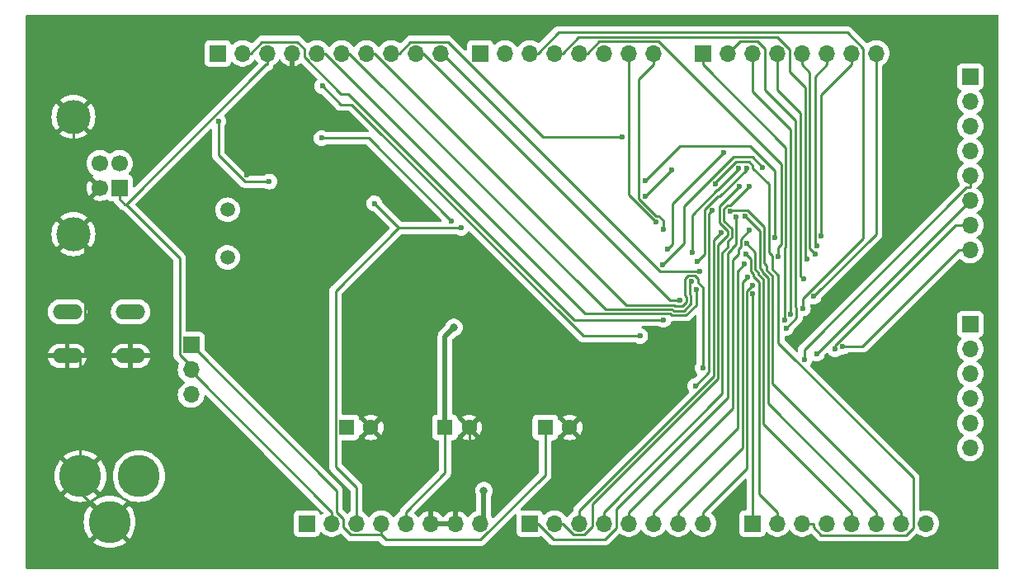
<source format=gbr>
%TF.GenerationSoftware,KiCad,Pcbnew,8.0.6*%
%TF.CreationDate,2025-01-18T13:25:30-05:00*%
%TF.ProjectId,RL78_G23_Arduino,524c3738-5f47-4323-935f-41726475696e,rev?*%
%TF.SameCoordinates,Original*%
%TF.FileFunction,Copper,L2,Bot*%
%TF.FilePolarity,Positive*%
%FSLAX46Y46*%
G04 Gerber Fmt 4.6, Leading zero omitted, Abs format (unit mm)*
G04 Created by KiCad (PCBNEW 8.0.6) date 2025-01-18 13:25:30*
%MOMM*%
%LPD*%
G01*
G04 APERTURE LIST*
%TA.AperFunction,ComponentPad*%
%ADD10R,1.700000X1.700000*%
%TD*%
%TA.AperFunction,ComponentPad*%
%ADD11O,1.700000X1.700000*%
%TD*%
%TA.AperFunction,ComponentPad*%
%ADD12R,1.600000X1.600000*%
%TD*%
%TA.AperFunction,ComponentPad*%
%ADD13C,1.600000*%
%TD*%
%TA.AperFunction,ComponentPad*%
%ADD14O,3.048000X1.524000*%
%TD*%
%TA.AperFunction,ComponentPad*%
%ADD15C,1.500000*%
%TD*%
%TA.AperFunction,ComponentPad*%
%ADD16C,4.318000*%
%TD*%
%TA.AperFunction,ComponentPad*%
%ADD17C,1.700000*%
%TD*%
%TA.AperFunction,ComponentPad*%
%ADD18C,3.500000*%
%TD*%
%TA.AperFunction,ViaPad*%
%ADD19C,0.600000*%
%TD*%
%TA.AperFunction,ViaPad*%
%ADD20C,0.800000*%
%TD*%
%TA.AperFunction,Conductor*%
%ADD21C,0.250000*%
%TD*%
%TA.AperFunction,Conductor*%
%ADD22C,0.500000*%
%TD*%
G04 APERTURE END LIST*
D10*
%TO.P,J3,1,Pin_1*%
%TO.N,Net-(J3-Pin_1)*%
X101802000Y-77260000D03*
D11*
%TO.P,J3,2,Pin_2*%
%TO.N,Net-(J3-Pin_2)*%
X104342000Y-77260000D03*
%TO.P,J3,3,Pin_3*%
%TO.N,Net-(J3-Pin_3)*%
X106882000Y-77260000D03*
%TO.P,J3,4,Pin_4*%
%TO.N,Net-(J3-Pin_4)*%
X109422000Y-77260000D03*
%TO.P,J3,5,Pin_5*%
%TO.N,Net-(J3-Pin_5)*%
X111962000Y-77260000D03*
%TO.P,J3,6,Pin_6*%
%TO.N,Net-(J3-Pin_6)*%
X114502000Y-77260000D03*
%TO.P,J3,7,Pin_7*%
%TO.N,Net-(J3-Pin_7)*%
X117042000Y-77260000D03*
%TO.P,J3,8,Pin_8*%
%TO.N,Net-(J3-Pin_8)*%
X119582000Y-77260000D03*
%TD*%
D10*
%TO.P,J5,1,Pin_1*%
%TO.N,Net-(J5-Pin_1)*%
X124662000Y-77260000D03*
D11*
%TO.P,J5,2,Pin_2*%
%TO.N,Net-(J5-Pin_2)*%
X127202000Y-77260000D03*
%TO.P,J5,3,Pin_3*%
%TO.N,Net-(J5-Pin_3)*%
X129742000Y-77260000D03*
%TO.P,J5,4,Pin_4*%
%TO.N,Net-(J5-Pin_4)*%
X132282000Y-77260000D03*
%TO.P,J5,5,Pin_5*%
%TO.N,/MOSI_10*%
X134822000Y-77260000D03*
%TO.P,J5,6,Pin_6*%
%TO.N,/MISO_10*%
X137362000Y-77260000D03*
%TO.P,J5,7,Pin_7*%
%TO.N,/SCK_10*%
X139902000Y-77260000D03*
%TO.P,J5,8,Pin_8*%
%TO.N,/CS_10*%
X142442000Y-77260000D03*
%TD*%
D10*
%TO.P,J2,1,Pin_1*%
%TO.N,/SCL*%
X69798000Y-29000000D03*
D11*
%TO.P,J2,2,Pin_2*%
%TO.N,/SDA*%
X72338000Y-29000000D03*
%TO.P,J2,3,Pin_3*%
%TO.N,VCC*%
X74878000Y-29000000D03*
%TO.P,J2,4,Pin_4*%
%TO.N,GND*%
X77418000Y-29000000D03*
%TO.P,J2,5,Pin_5*%
%TO.N,/SCK_01*%
X79958000Y-29000000D03*
%TO.P,J2,6,Pin_6*%
%TO.N,/MISO_01*%
X82498000Y-29000000D03*
%TO.P,J2,7,Pin_7*%
%TO.N,/MOSI_01*%
X85038000Y-29000000D03*
%TO.P,J2,8,Pin_8*%
%TO.N,/CS_01*%
X87578000Y-29000000D03*
%TO.P,J2,9,Pin_9*%
%TO.N,Net-(J2-Pin_9)*%
X90118000Y-29000000D03*
%TO.P,J2,10,Pin_10*%
%TO.N,Net-(J2-Pin_10)*%
X92658000Y-29000000D03*
%TD*%
D10*
%TO.P,J4,1,Pin_1*%
%TO.N,Net-(J4-Pin_1)*%
X96722000Y-29000000D03*
D11*
%TO.P,J4,2,Pin_2*%
%TO.N,Net-(J4-Pin_2)*%
X99262000Y-29000000D03*
%TO.P,J4,3,Pin_3*%
%TO.N,/P06*%
X101802000Y-29000000D03*
%TO.P,J4,4,Pin_4*%
%TO.N,/P16*%
X104342000Y-29000000D03*
%TO.P,J4,5,Pin_5*%
%TO.N,/P17*%
X106882000Y-29000000D03*
%TO.P,J4,6,Pin_6*%
%TO.N,Net-(J4-Pin_6)*%
X109422000Y-29000000D03*
%TO.P,J4,7,Pin_7*%
%TO.N,Net-(J4-Pin_7)*%
X111962000Y-29000000D03*
%TO.P,J4,8,Pin_8*%
%TO.N,Net-(J4-Pin_8)*%
X114502000Y-29000000D03*
%TD*%
D10*
%TO.P,J6,1,Pin_1*%
%TO.N,/SCK_21*%
X119582000Y-29000000D03*
D11*
%TO.P,J6,2,Pin_2*%
%TO.N,/MISO_21*%
X122122000Y-29000000D03*
%TO.P,J6,3,Pin_3*%
%TO.N,/MOSI_21*%
X124662000Y-29000000D03*
%TO.P,J6,4,Pin_4*%
%TO.N,/CS_21*%
X127202000Y-29000000D03*
%TO.P,J6,5,Pin_5*%
%TO.N,/SCK_20*%
X129742000Y-29000000D03*
%TO.P,J6,6,Pin_6*%
%TO.N,/MISO_20*%
X132282000Y-29000000D03*
%TO.P,J6,7,Pin_7*%
%TO.N,/MOSI_20*%
X134822000Y-29000000D03*
%TO.P,J6,8,Pin_8*%
%TO.N,/CS_20*%
X137362000Y-29000000D03*
%TD*%
D12*
%TO.P,C4,1*%
%TO.N,+5V*%
X93102000Y-67400000D03*
D13*
%TO.P,C4,2*%
%TO.N,GND*%
X95602000Y-67400000D03*
%TD*%
D14*
%TO.P,S1,1,S*%
%TO.N,Net-(S1-S)*%
X54350800Y-55539400D03*
%TO.P,S1,2,S1*%
X60853200Y-55539400D03*
%TO.P,S1,3,P*%
%TO.N,GND*%
X54350800Y-60060600D03*
%TO.P,S1,4,P1*%
X60853200Y-60060600D03*
%TD*%
D12*
%TO.P,C2,1*%
%TO.N,/Vin*%
X83002000Y-67400000D03*
D13*
%TO.P,C2,2*%
%TO.N,GND*%
X85502000Y-67400000D03*
%TD*%
D10*
%TO.P,J1,1,Pin_1*%
%TO.N,unconnected-(J1-Pin_1-Pad1)*%
X78942000Y-77260000D03*
D11*
%TO.P,J1,2,Pin_2*%
%TO.N,VCC*%
X81482000Y-77260000D03*
%TO.P,J1,3,Pin_3*%
%TO.N,/~{RESET}*%
X84022000Y-77260000D03*
%TO.P,J1,4,Pin_4*%
%TO.N,+3.3V*%
X86562000Y-77260000D03*
%TO.P,J1,5,Pin_5*%
%TO.N,+5V*%
X89102000Y-77260000D03*
%TO.P,J1,6,Pin_6*%
%TO.N,GND*%
X91642000Y-77260000D03*
%TO.P,J1,7,Pin_7*%
X94182000Y-77260000D03*
%TO.P,J1,8,Pin_8*%
%TO.N,/Vin*%
X96722000Y-77260000D03*
%TD*%
D15*
%TO.P,Y1,1,1*%
%TO.N,Net-(U2-XO)*%
X70802000Y-49950000D03*
%TO.P,Y1,2,2*%
%TO.N,Net-(U2-XI)*%
X70802000Y-45070000D03*
%TD*%
D10*
%TO.P,J8,1,Pin_1*%
%TO.N,Net-(J8-Pin_1)*%
X147002000Y-31400000D03*
D11*
%TO.P,J8,2,Pin_2*%
%TO.N,Net-(J8-Pin_2)*%
X147002000Y-33940000D03*
%TO.P,J8,3,Pin_3*%
%TO.N,Net-(J8-Pin_3)*%
X147002000Y-36480000D03*
%TO.P,J8,4,Pin_4*%
%TO.N,Net-(J8-Pin_4)*%
X147002000Y-39020000D03*
%TO.P,J8,5,Pin_5*%
%TO.N,Net-(J8-Pin_5)*%
X147002000Y-41560000D03*
%TO.P,J8,6,Pin_6*%
%TO.N,Net-(J8-Pin_6)*%
X147002000Y-44100000D03*
%TO.P,J8,7,Pin_7*%
%TO.N,Net-(J8-Pin_7)*%
X147002000Y-46640000D03*
%TO.P,J8,8,Pin_8*%
%TO.N,Net-(J8-Pin_8)*%
X147002000Y-49180000D03*
%TD*%
D10*
%TO.P,J7,1,Pin_1*%
%TO.N,Net-(J7-Pin_1)*%
X147002000Y-56800000D03*
D11*
%TO.P,J7,2,Pin_2*%
%TO.N,Net-(J7-Pin_2)*%
X147002000Y-59340000D03*
%TO.P,J7,3,Pin_3*%
%TO.N,Net-(J7-Pin_3)*%
X147002000Y-61880000D03*
%TO.P,J7,4,Pin_4*%
%TO.N,Net-(J7-Pin_4)*%
X147002000Y-64420000D03*
%TO.P,J7,5,Pin_5*%
%TO.N,Net-(J7-Pin_5)*%
X147002000Y-66960000D03*
%TO.P,J7,6,Pin_6*%
%TO.N,Net-(J7-Pin_6)*%
X147002000Y-69500000D03*
%TD*%
D16*
%TO.P,P2,GND,GND*%
%TO.N,GND*%
X55700000Y-72400000D03*
%TO.P,P2,GNDBREAK,GNDBREAK*%
X58700000Y-77100000D03*
%TO.P,P2,PWR,PWR*%
%TO.N,/Vin*%
X61700000Y-72400000D03*
%TD*%
D10*
%TO.P,P1,1,VBUS*%
%TO.N,VCC*%
X59700000Y-42800000D03*
D17*
%TO.P,P1,2,D-*%
%TO.N,Net-(P1-D-)*%
X59700000Y-40300000D03*
%TO.P,P1,3,D+*%
%TO.N,Net-(P1-D+)*%
X57700000Y-40300000D03*
%TO.P,P1,4,GND*%
%TO.N,GND*%
X57700000Y-42800000D03*
D18*
%TO.P,P1,5,Shield*%
X54990000Y-47570000D03*
X54990000Y-35530000D03*
%TD*%
D12*
%TO.P,C6,1*%
%TO.N,+3.3V*%
X103402000Y-67400000D03*
D13*
%TO.P,C6,2*%
%TO.N,GND*%
X105902000Y-67400000D03*
%TD*%
D10*
%TO.P,JP1,1,A*%
%TO.N,+3.3V*%
X67052000Y-58960000D03*
D11*
%TO.P,JP1,2,C*%
%TO.N,VCC*%
X67052000Y-61500000D03*
%TO.P,JP1,3,B*%
%TO.N,+5V*%
X67052000Y-64040000D03*
%TD*%
D19*
%TO.N,GND*%
X72800200Y-41501800D03*
%TO.N,Net-(U2-V3)*%
X69843700Y-35940600D03*
X75089200Y-42169900D03*
%TO.N,/SCK_01*%
X118869700Y-53241200D03*
%TO.N,/MISO_01*%
X118416300Y-52425500D03*
%TO.N,Net-(J2-Pin_10)*%
X119210000Y-51347000D03*
%TO.N,/CS_01*%
X111324400Y-37571400D03*
%TO.N,Net-(J2-Pin_9)*%
X117171600Y-54320600D03*
%TO.N,/MOSI_01*%
X119543900Y-61314600D03*
%TO.N,/MOSI_20*%
X131713900Y-47774600D03*
%TO.N,/MISO_21*%
X128118500Y-57213400D03*
%TO.N,/SCK_21*%
X127937600Y-56401600D03*
%TO.N,/CS_21*%
X129901600Y-52159900D03*
%TO.N,/CS_20*%
X130931700Y-53969300D03*
%TO.N,/MOSI_21*%
X128551900Y-55814300D03*
%TO.N,/SCK_20*%
X131100700Y-49582100D03*
%TO.N,/MISO_20*%
X131262200Y-48780300D03*
%TO.N,Net-(J4-Pin_8)*%
X115484600Y-47030800D03*
%TO.N,/P17*%
X127290800Y-49845300D03*
%TO.N,/P06*%
X129819700Y-55187600D03*
%TO.N,/P16*%
X130270100Y-50082500D03*
%TO.N,Net-(J4-Pin_7)*%
X114779300Y-46323300D03*
%TO.N,Net-(J5-Pin_3)*%
X120882600Y-42416700D03*
%TO.N,Net-(J5-Pin_2)*%
X123991500Y-49591300D03*
%TO.N,Net-(J5-Pin_4)*%
X118790400Y-63151300D03*
X120514600Y-45157700D03*
D20*
%TO.N,+5V*%
X94025000Y-57150000D03*
D19*
%TO.N,Net-(J3-Pin_3)*%
X121430800Y-47441100D03*
%TO.N,Net-(J3-Pin_2)*%
X123310700Y-42671800D03*
%TO.N,Net-(J3-Pin_4)*%
X124338700Y-42663200D03*
%TO.N,Net-(J5-Pin_1)*%
X124699200Y-53646200D03*
%TO.N,Net-(J3-Pin_6)*%
X123847300Y-50627700D03*
%TO.N,/MISO_10*%
X123871600Y-45739200D03*
%TO.N,/SCK_10*%
X122412400Y-45209600D03*
%TO.N,Net-(J3-Pin_7)*%
X124137900Y-51947800D03*
%TO.N,/MOSI_10*%
X124071900Y-48548900D03*
%TO.N,Net-(J3-Pin_5)*%
X124341800Y-47187000D03*
%TO.N,Net-(J3-Pin_1)*%
X122983400Y-45772600D03*
%TO.N,Net-(J3-Pin_8)*%
X124699000Y-52802900D03*
D20*
%TO.N,/Vin*%
X97100000Y-73900000D03*
D19*
%TO.N,Net-(J8-Pin_5)*%
X129958300Y-60486500D03*
%TO.N,Net-(J8-Pin_4)*%
X115439500Y-50693800D03*
X125672800Y-40691300D03*
%TO.N,Net-(J8-Pin_1)*%
X115929400Y-49137500D03*
X121676400Y-39203900D03*
%TO.N,Net-(J8-Pin_7)*%
X133115700Y-59376100D03*
%TO.N,Net-(J8-Pin_8)*%
X133928500Y-59089600D03*
%TO.N,Net-(J8-Pin_2)*%
X118451900Y-49400000D03*
X123260900Y-40778800D03*
%TO.N,Net-(J8-Pin_3)*%
X118982000Y-50400000D03*
X124062600Y-40800900D03*
%TO.N,Net-(J8-Pin_6)*%
X131267200Y-59834800D03*
%TO.N,/TOOL0*%
X93734900Y-46190300D03*
X80448500Y-37714700D03*
%TO.N,Net-(U1-P12{slash}EI12{slash}EO12{slash}SO00{slash}TXD0{slash}TOOLTXD)*%
X113644000Y-42087200D03*
X126969700Y-47900000D03*
%TO.N,Net-(U1-P11{slash}EI11{slash}EO11{slash}SI00{slash}RXD0{slash}TOOLRXD{slash}SDA00)*%
X116334300Y-40953100D03*
X113644000Y-43654100D03*
%TO.N,/SDA*%
X115542400Y-56368900D03*
%TO.N,/SCL*%
X113139200Y-58026200D03*
X80520100Y-32374500D03*
%TO.N,/~{RESET}*%
X85846600Y-44410500D03*
X94756200Y-46918500D03*
%TD*%
D21*
%TO.N,GND*%
X56204500Y-60060600D02*
X56204500Y-48784500D01*
X72800200Y-41501800D02*
X72800200Y-34794500D01*
X95602000Y-67400000D02*
X95602000Y-74663300D01*
X55700000Y-60060600D02*
X54350800Y-60060600D01*
X54990000Y-35530000D02*
X54990000Y-40090000D01*
X54990000Y-40090000D02*
X57700000Y-42800000D01*
X58700000Y-77100000D02*
X55700000Y-74100000D01*
X77418000Y-29000000D02*
X77418000Y-30176700D01*
X55700000Y-60060600D02*
X55700000Y-72400000D01*
X95602000Y-74663300D02*
X94182000Y-76083300D01*
X72800200Y-34794500D02*
X77418000Y-30176700D01*
X55700000Y-74100000D02*
X55700000Y-72400000D01*
X56204500Y-48784500D02*
X54990000Y-47570000D01*
X60853200Y-60060600D02*
X56204500Y-60060600D01*
X94182000Y-77260000D02*
X94182000Y-76083300D01*
X56204500Y-60060600D02*
X55700000Y-60060600D01*
%TO.N,Net-(U2-V3)*%
X69843700Y-35940600D02*
X69843700Y-39452100D01*
X75089200Y-42169800D02*
X75089200Y-42169900D01*
X72561400Y-42169800D02*
X75089200Y-42169800D01*
X69843700Y-39452100D02*
X72561400Y-42169800D01*
%TO.N,+3.3V*%
X86562000Y-77260000D02*
X86562000Y-78436700D01*
X81969400Y-73877400D02*
X81969400Y-76083300D01*
X81969400Y-76083300D02*
X81969500Y-76083300D01*
X82658700Y-76772500D02*
X82658700Y-77625900D01*
X103402000Y-72271300D02*
X103402000Y-67400000D01*
X82658700Y-77625900D02*
X83469500Y-78436700D01*
X87071100Y-78945800D02*
X96727500Y-78945800D01*
X86562000Y-78436700D02*
X87071100Y-78945800D01*
X67052000Y-58960000D02*
X81969400Y-73877400D01*
X83469500Y-78436700D02*
X86562000Y-78436700D01*
X96727500Y-78945800D02*
X103402000Y-72271300D01*
X81969500Y-76083300D02*
X82658700Y-76772500D01*
%TO.N,/SCK_01*%
X118869700Y-54818000D02*
X117818900Y-55868800D01*
X116224800Y-55742100D02*
X107509100Y-55742100D01*
X107509100Y-55742100D02*
X80767000Y-29000000D01*
X118869700Y-53241200D02*
X118869700Y-54818000D01*
X80767000Y-29000000D02*
X79958000Y-29000000D01*
X117818900Y-55868800D02*
X116351500Y-55868800D01*
X116351500Y-55868800D02*
X116224800Y-55742100D01*
%TO.N,/MISO_01*%
X83297300Y-29000000D02*
X109587700Y-55290400D01*
X118330500Y-53819200D02*
X118242900Y-53731600D01*
X82498000Y-29000000D02*
X83297300Y-29000000D01*
X116538600Y-55417100D02*
X117631800Y-55417100D01*
X109587700Y-55290400D02*
X116411900Y-55290400D01*
X118330500Y-54718400D02*
X118330500Y-53819200D01*
X116411900Y-55290400D02*
X116538600Y-55417100D01*
X118242900Y-52598900D02*
X118416300Y-52425500D01*
X118242900Y-53731600D02*
X118242900Y-52598900D01*
X117631800Y-55417100D02*
X118330500Y-54718400D01*
%TO.N,Net-(J2-Pin_10)*%
X92859500Y-29000000D02*
X115206500Y-51347000D01*
X115206500Y-51347000D02*
X119210000Y-51347000D01*
X92658000Y-29000000D02*
X92859500Y-29000000D01*
%TO.N,/CS_01*%
X87578000Y-29000000D02*
X88386900Y-29000000D01*
X93383200Y-27823300D02*
X103131300Y-37571400D01*
X88386900Y-29000000D02*
X89563600Y-27823300D01*
X89563600Y-27823300D02*
X93383200Y-27823300D01*
X103131300Y-37571400D02*
X111324400Y-37571400D01*
%TO.N,Net-(J2-Pin_9)*%
X90118000Y-29000000D02*
X90913600Y-29000000D01*
X116234200Y-54320600D02*
X117171600Y-54320600D01*
X90913600Y-29000000D02*
X116234200Y-54320600D01*
%TO.N,/MOSI_01*%
X85847000Y-29000000D02*
X111685700Y-54838700D01*
X119098200Y-52164700D02*
X119098200Y-52583500D01*
X119543900Y-53029100D02*
X119543900Y-61314600D01*
X119098300Y-52583500D02*
X119543900Y-53029100D01*
X116599000Y-54838700D02*
X116725700Y-54965400D01*
X117878800Y-54531300D02*
X117878800Y-54006300D01*
X117878800Y-54006300D02*
X117755400Y-53882900D01*
X117444700Y-54965400D02*
X117878800Y-54531300D01*
X119098200Y-52583500D02*
X119098300Y-52583500D01*
X118075500Y-51798700D02*
X118732200Y-51798700D01*
X117755400Y-53882900D02*
X117755400Y-52118800D01*
X116725700Y-54965400D02*
X117444700Y-54965400D01*
X111685700Y-54838700D02*
X116599000Y-54838700D01*
X117755400Y-52118800D02*
X118075500Y-51798700D01*
X118732200Y-51798700D02*
X119098200Y-52164700D01*
X85038000Y-29000000D02*
X85847000Y-29000000D01*
%TO.N,/MOSI_20*%
X131713900Y-47774600D02*
X131713900Y-33284800D01*
X131713900Y-33284800D02*
X134822000Y-30176700D01*
X134822000Y-29000000D02*
X134822000Y-30176700D01*
%TO.N,/MISO_21*%
X125932000Y-32766000D02*
X129080900Y-35914900D01*
X123353800Y-27768200D02*
X125175200Y-27768200D01*
X129187100Y-56144800D02*
X128118500Y-57213400D01*
X129080900Y-55035800D02*
X129187100Y-55142000D01*
X125932000Y-28525000D02*
X125932000Y-32766000D01*
X129187100Y-55142000D02*
X129187100Y-56144800D01*
X122122000Y-29000000D02*
X123353800Y-27768200D01*
X129080900Y-35914900D02*
X129080900Y-55035800D01*
X125175200Y-27768200D02*
X125932000Y-28525000D01*
%TO.N,/SCK_21*%
X127925200Y-48999500D02*
X128057900Y-48866800D01*
X127937600Y-56401600D02*
X127925200Y-56389200D01*
X128057900Y-48866800D02*
X128057900Y-38652600D01*
X127925200Y-56389200D02*
X127925200Y-48999500D01*
X128057900Y-38652600D02*
X119582000Y-30176700D01*
X119582000Y-29000000D02*
X119582000Y-30176700D01*
%TO.N,/CS_21*%
X127202000Y-32758400D02*
X129614500Y-35170900D01*
X127202000Y-30176700D02*
X127202000Y-32758400D01*
X129614500Y-35170900D02*
X129614500Y-51872800D01*
X129614500Y-51872800D02*
X129901600Y-52159900D01*
X127202000Y-29000000D02*
X127202000Y-30176700D01*
%TO.N,/CS_20*%
X130931700Y-53969300D02*
X137362000Y-47539000D01*
X137362000Y-47539000D02*
X137362000Y-29000000D01*
%TO.N,/MOSI_21*%
X124662000Y-29000000D02*
X124662000Y-32959200D01*
X128551900Y-36849100D02*
X128551900Y-55814300D01*
X124662000Y-32959200D02*
X128551900Y-36849100D01*
%TO.N,/SCK_20*%
X129742000Y-29000000D02*
X129742000Y-30176700D01*
X130522400Y-30957100D02*
X129742000Y-30176700D01*
X131100700Y-49582100D02*
X130522400Y-49003800D01*
X130522400Y-49003800D02*
X130522400Y-30957100D01*
%TO.N,/MISO_20*%
X131087100Y-31371600D02*
X132282000Y-30176700D01*
X131262200Y-48780300D02*
X131087100Y-48605200D01*
X131087100Y-48605200D02*
X131087100Y-31371600D01*
X132282000Y-29000000D02*
X132282000Y-30176700D01*
%TO.N,Net-(J4-Pin_8)*%
X113017100Y-43922300D02*
X114791400Y-45696600D01*
X114502000Y-29000000D02*
X114502000Y-30176700D01*
X115484600Y-46128900D02*
X115484600Y-47030800D01*
X114791400Y-45696600D02*
X115052300Y-45696600D01*
X114502000Y-30176700D02*
X113017100Y-31661600D01*
X113017100Y-31661600D02*
X113017100Y-43922300D01*
X115052300Y-45696600D02*
X115484600Y-46128900D01*
%TO.N,/P17*%
X115004400Y-27795000D02*
X127596400Y-40387000D01*
X108896000Y-27795000D02*
X115004400Y-27795000D01*
X127596400Y-48617700D02*
X127290800Y-48923300D01*
X106882000Y-29000000D02*
X107691000Y-29000000D01*
X127596400Y-40387000D02*
X127596400Y-48617700D01*
X107691000Y-29000000D02*
X108896000Y-27795000D01*
X127290800Y-48923300D02*
X127290800Y-49845300D01*
%TO.N,/P06*%
X134371800Y-26855600D02*
X136007700Y-28491500D01*
X129819700Y-54195100D02*
X129819700Y-55187600D01*
X102611000Y-29000000D02*
X104755400Y-26855600D01*
X104755400Y-26855600D02*
X134371800Y-26855600D01*
X101802000Y-29000000D02*
X102611000Y-29000000D01*
X136007700Y-28491500D02*
X136007700Y-48007100D01*
X136007700Y-48007100D02*
X129819700Y-54195100D01*
%TO.N,/P16*%
X130270100Y-50082500D02*
X130070700Y-49883100D01*
X130070700Y-49883100D02*
X130070700Y-32518000D01*
X105151000Y-29000000D02*
X104342000Y-29000000D01*
X130070700Y-32518000D02*
X128472000Y-30919300D01*
X128472000Y-28601900D02*
X127183600Y-27313500D01*
X127183600Y-27313500D02*
X106837500Y-27313500D01*
X106837500Y-27313500D02*
X105151000Y-29000000D01*
X128472000Y-30919300D02*
X128472000Y-28601900D01*
%TO.N,Net-(J4-Pin_7)*%
X111962000Y-43506000D02*
X114779300Y-46323300D01*
X111962000Y-29000000D02*
X111962000Y-43506000D01*
%TO.N,Net-(J5-Pin_3)*%
X124321900Y-40150500D02*
X124689400Y-40518000D01*
X124689400Y-40809000D02*
X126327900Y-42447500D01*
X131732400Y-78441400D02*
X130918700Y-77627700D01*
X120882600Y-42416700D02*
X120882600Y-42239400D01*
X130918700Y-77627700D02*
X130918700Y-77260000D01*
X126327900Y-42447500D02*
X126327900Y-49479800D01*
X120882600Y-42239400D02*
X122971500Y-40150500D01*
X126656400Y-49808300D02*
X126656400Y-51141500D01*
X140410600Y-78441400D02*
X131732400Y-78441400D01*
X129742000Y-77260000D02*
X130918700Y-77260000D01*
X127304800Y-58719200D02*
X141172000Y-72586400D01*
X126327900Y-49479800D02*
X126656400Y-49808300D01*
X122971500Y-40150500D02*
X124321900Y-40150500D01*
X141172000Y-77680000D02*
X140410600Y-78441400D01*
X141172000Y-72586400D02*
X141172000Y-77680000D01*
X124689400Y-40518000D02*
X124689400Y-40809000D01*
X126656400Y-51141500D02*
X127304800Y-51789900D01*
X127304800Y-51789900D02*
X127304800Y-58719200D01*
%TO.N,Net-(J5-Pin_2)*%
X125326000Y-74207300D02*
X127202000Y-76083300D01*
X124764700Y-51923300D02*
X125326000Y-52484600D01*
X124764700Y-51684500D02*
X124764700Y-51923300D01*
X123991500Y-49591300D02*
X124490100Y-50089900D01*
X124490100Y-51409900D02*
X124764700Y-51684500D01*
X124490100Y-50089900D02*
X124490100Y-51409900D01*
X125326000Y-52484600D02*
X125326000Y-74207300D01*
X127202000Y-77260000D02*
X127202000Y-76083300D01*
%TO.N,Net-(J5-Pin_4)*%
X120514600Y-45157700D02*
X120215900Y-45456400D01*
X120215900Y-61725800D02*
X118790400Y-63151300D01*
X120215900Y-45456400D02*
X120215900Y-61725800D01*
%TO.N,+5V*%
X93102000Y-72083300D02*
X89102000Y-76083300D01*
D22*
X93102000Y-58073000D02*
X93102000Y-67400000D01*
X94025000Y-57150000D02*
X93102000Y-58073000D01*
D21*
X93102000Y-67400000D02*
X93102000Y-72083300D01*
X89102000Y-77260000D02*
X89102000Y-76083300D01*
%TO.N,Net-(J3-Pin_3)*%
X120667600Y-48204300D02*
X121430800Y-47441100D01*
X120667600Y-62160600D02*
X120667600Y-48204300D01*
X106882000Y-77260000D02*
X106882000Y-75946200D01*
X106882000Y-75946200D02*
X120667600Y-62160600D01*
%TO.N,Net-(J3-Pin_2)*%
X121119300Y-48639200D02*
X121119300Y-62417300D01*
X122086800Y-47671700D02*
X121119300Y-48639200D01*
X107370700Y-78436700D02*
X106327600Y-78436700D01*
X121690300Y-46814400D02*
X121690400Y-46814400D01*
X123310700Y-42671800D02*
X121286400Y-44696100D01*
X105150900Y-77260000D02*
X104342000Y-77260000D01*
X121690400Y-46814400D02*
X122086800Y-47210800D01*
X106327600Y-78436700D02*
X105150900Y-77260000D01*
X108236200Y-75300400D02*
X108236200Y-77571200D01*
X121119300Y-62417300D02*
X108236200Y-75300400D01*
X122086800Y-47210800D02*
X122086800Y-47671700D01*
X121286400Y-46410500D02*
X121690300Y-46814400D01*
X108236200Y-77571200D02*
X107370700Y-78436700D01*
X121286400Y-44696100D02*
X121286400Y-46410500D01*
%TO.N,Net-(J3-Pin_4)*%
X122152900Y-44582900D02*
X121741100Y-44994700D01*
X121571000Y-49465000D02*
X121571000Y-63934300D01*
X109422000Y-77260000D02*
X109422000Y-76083300D01*
X122086800Y-48310500D02*
X122086800Y-48949200D01*
X122419000Y-44582900D02*
X122152900Y-44582900D01*
X122538500Y-47023700D02*
X122538500Y-47858800D01*
X121571000Y-63934300D02*
X109422000Y-76083300D01*
X121741100Y-44994700D02*
X121741100Y-46226300D01*
X122538500Y-47858800D02*
X122086800Y-48310500D01*
X122086800Y-48949200D02*
X121571000Y-49465000D01*
X124338700Y-42663200D02*
X122419000Y-44582900D01*
X121741100Y-46226300D02*
X122538500Y-47023700D01*
%TO.N,Net-(J5-Pin_1)*%
X124662000Y-77260000D02*
X124662000Y-76083300D01*
X124699200Y-76046100D02*
X124662000Y-76083300D01*
X124699200Y-53646200D02*
X124699200Y-76046100D01*
%TO.N,Net-(J3-Pin_6)*%
X114502000Y-77260000D02*
X114502000Y-76083300D01*
X114502000Y-76083300D02*
X123107100Y-67478200D01*
X123107100Y-67478200D02*
X123107100Y-51367900D01*
X123107100Y-51367900D02*
X123847300Y-50627700D01*
%TO.N,/MISO_10*%
X137362000Y-77260000D02*
X137362000Y-76083300D01*
X137362000Y-76083300D02*
X126232500Y-64953800D01*
X126232500Y-52027500D02*
X125668100Y-51463100D01*
X126232500Y-64953800D02*
X126232500Y-52027500D01*
X125407800Y-51029400D02*
X125407800Y-47275400D01*
X125668100Y-51463100D02*
X125668100Y-51289700D01*
X125668100Y-51289700D02*
X125407800Y-51029400D01*
X125407800Y-47275400D02*
X123871600Y-45739200D01*
%TO.N,/SCK_10*%
X126684200Y-62865500D02*
X139902000Y-76083300D01*
X123577600Y-45147000D02*
X123612100Y-45112500D01*
X125859500Y-50536800D02*
X126130800Y-50808100D01*
X123243000Y-45145900D02*
X123244100Y-45147000D01*
X122412400Y-45209600D02*
X122476100Y-45145900D01*
X126130800Y-51284900D02*
X126684200Y-51838300D01*
X123244100Y-45147000D02*
X123577600Y-45147000D01*
X123612100Y-45112500D02*
X124131200Y-45112500D01*
X139902000Y-77260000D02*
X139902000Y-76083300D01*
X126130800Y-50808100D02*
X126130800Y-51284900D01*
X126684200Y-51838300D02*
X126684200Y-62865500D01*
X122476100Y-45145900D02*
X123243000Y-45145900D01*
X124131200Y-45112500D02*
X125859500Y-46840800D01*
X125859500Y-46840800D02*
X125859500Y-50536800D01*
%TO.N,Net-(J3-Pin_7)*%
X123620800Y-69504500D02*
X117042000Y-76083300D01*
X117042000Y-77260000D02*
X117042000Y-76083300D01*
X124137900Y-51947800D02*
X123620800Y-52464900D01*
X123620800Y-52464900D02*
X123620800Y-69504500D01*
%TO.N,/MOSI_10*%
X124956000Y-49433000D02*
X124071900Y-48548900D01*
X124956000Y-51216400D02*
X124956000Y-49433000D01*
X134822000Y-77260000D02*
X134822000Y-76083300D01*
X125216400Y-51476800D02*
X124956000Y-51216400D01*
X125779300Y-52243700D02*
X125216400Y-51680800D01*
X125216400Y-51680800D02*
X125216400Y-51476800D01*
X125779300Y-67040600D02*
X125779300Y-52243700D01*
X134822000Y-76083300D02*
X125779300Y-67040600D01*
%TO.N,Net-(J3-Pin_5)*%
X124341800Y-47187000D02*
X123445100Y-48083700D01*
X122611800Y-50237900D02*
X122611800Y-65433500D01*
X123445100Y-48083700D02*
X123445100Y-48866500D01*
X123445100Y-48866500D02*
X123215300Y-49096300D01*
X122611800Y-65433500D02*
X111962000Y-76083300D01*
X123215300Y-49096300D02*
X123215300Y-49634400D01*
X123215300Y-49634400D02*
X122611800Y-50237900D01*
X111962000Y-77260000D02*
X111962000Y-76083300D01*
%TO.N,Net-(J3-Pin_1)*%
X122983400Y-45772600D02*
X122990200Y-45779400D01*
X110692000Y-77710400D02*
X109514000Y-78888400D01*
X122117900Y-64360900D02*
X110692000Y-75786800D01*
X122538600Y-49058300D02*
X122538600Y-49136300D01*
X122990200Y-45779400D02*
X122990200Y-48606700D01*
X122538600Y-49136300D02*
X122117900Y-49557000D01*
X110692000Y-75786800D02*
X110692000Y-77710400D01*
X104239300Y-78888400D02*
X102610900Y-77260000D01*
X122117900Y-49557000D02*
X122117900Y-64360900D01*
X122990200Y-48606700D02*
X122538600Y-49058300D01*
X102610900Y-77260000D02*
X101802000Y-77260000D01*
X109514000Y-78888400D02*
X104239300Y-78888400D01*
%TO.N,Net-(J3-Pin_8)*%
X119582000Y-77260000D02*
X119582000Y-76083300D01*
X124072500Y-53385900D02*
X124072500Y-71592800D01*
X124072500Y-71592800D02*
X119582000Y-76083300D01*
X124655500Y-52802900D02*
X124072500Y-53385900D01*
X124699000Y-52802900D02*
X124655500Y-52802900D01*
D22*
%TO.N,/Vin*%
X97100000Y-73900000D02*
X97100000Y-76882000D01*
X97100000Y-76882000D02*
X96722000Y-77260000D01*
D21*
%TO.N,Net-(J8-Pin_5)*%
X129958300Y-60486500D02*
X129958300Y-59412700D01*
X147002000Y-41560000D02*
X147002000Y-42736700D01*
X129958300Y-59412700D02*
X146634300Y-42736700D01*
X146634300Y-42736700D02*
X147002000Y-42736700D01*
%TO.N,Net-(J8-Pin_4)*%
X124622500Y-39641000D02*
X125672800Y-40691300D01*
X115439500Y-50693800D02*
X117632200Y-48501100D01*
X117632200Y-48501100D02*
X117632200Y-44742000D01*
X117632200Y-44742000D02*
X122733200Y-39641000D01*
X122733200Y-39641000D02*
X124622500Y-39641000D01*
%TO.N,Net-(J8-Pin_1)*%
X116449200Y-48617700D02*
X115929400Y-49137500D01*
X116449200Y-44431100D02*
X116449200Y-48617700D01*
X121676400Y-39203900D02*
X116449200Y-44431100D01*
%TO.N,Net-(J8-Pin_7)*%
X145491900Y-46640000D02*
X133115700Y-59016200D01*
X147002000Y-46640000D02*
X145825300Y-46640000D01*
X145825300Y-46640000D02*
X145491900Y-46640000D01*
X133115700Y-59016200D02*
X133115700Y-59376100D01*
%TO.N,Net-(J8-Pin_8)*%
X147002000Y-49180000D02*
X145825300Y-49180000D01*
X135915700Y-59089600D02*
X145825300Y-49180000D01*
X133928500Y-59089600D02*
X135915700Y-59089600D01*
%TO.N,Net-(J8-Pin_2)*%
X118451900Y-45641200D02*
X121049700Y-43043400D01*
X123260900Y-40924700D02*
X123260900Y-40778800D01*
X121049700Y-43043400D02*
X121142200Y-43043400D01*
X121142200Y-43043400D02*
X123260900Y-40924700D01*
X118451900Y-49400000D02*
X118451900Y-45641200D01*
%TO.N,Net-(J8-Pin_3)*%
X124062600Y-40800900D02*
X124062600Y-40935900D01*
X121281200Y-43717300D02*
X121065900Y-43717300D01*
X119764200Y-45019000D02*
X119764200Y-49617800D01*
X119764200Y-49617800D02*
X118982000Y-50400000D01*
X124062600Y-40935900D02*
X121281200Y-43717300D01*
X121065900Y-43717300D02*
X119764200Y-45019000D01*
%TO.N,Net-(J8-Pin_6)*%
X147002000Y-44100000D02*
X131267200Y-59834800D01*
%TO.N,/TOOL0*%
X80448500Y-37714700D02*
X85259300Y-37714700D01*
X85259300Y-37714700D02*
X93734900Y-46190300D01*
%TO.N,Net-(U1-P12{slash}EI12{slash}EO12{slash}SO00{slash}TXD0{slash}TOOLTXD)*%
X113644000Y-42087200D02*
X117177900Y-38553300D01*
X126969700Y-41099500D02*
X126969700Y-47900000D01*
X117177900Y-38553300D02*
X124423500Y-38553300D01*
X124423500Y-38553300D02*
X126969700Y-41099500D01*
%TO.N,Net-(U1-P11{slash}EI11{slash}EO11{slash}SI00{slash}RXD0{slash}TOOLRXD{slash}SDA00)*%
X116334300Y-40953100D02*
X113644000Y-43643400D01*
X113644000Y-43643400D02*
X113644000Y-43654100D01*
%TO.N,/SDA*%
X78688000Y-28569200D02*
X77942100Y-27823300D01*
X74323600Y-27823300D02*
X73146900Y-29000000D01*
X77942100Y-27823300D02*
X74323600Y-27823300D01*
X78688000Y-29408900D02*
X78688000Y-28569200D01*
X83142400Y-33158000D02*
X82437100Y-33158000D01*
X106353300Y-56368900D02*
X83142400Y-33158000D01*
X73146900Y-29000000D02*
X72338000Y-29000000D01*
X115542400Y-56368900D02*
X106353300Y-56368900D01*
X82437100Y-33158000D02*
X78688000Y-29408900D01*
%TO.N,/SCL*%
X82422100Y-34276500D02*
X80520100Y-32374500D01*
X83542300Y-34276500D02*
X82422100Y-34276500D01*
X107292000Y-58026200D02*
X83542300Y-34276500D01*
X113139200Y-58026200D02*
X107292000Y-58026200D01*
%TO.N,VCC*%
X81482000Y-77260000D02*
X81482000Y-76083300D01*
X67052000Y-61132300D02*
X67052000Y-61500000D01*
X81482000Y-76083300D02*
X67052000Y-61653300D01*
X67052000Y-61653300D02*
X67052000Y-61500000D01*
X74878000Y-30176700D02*
X74721400Y-30176700D01*
X59700000Y-42800000D02*
X59700000Y-43976700D01*
X74878000Y-29000000D02*
X74878000Y-30176700D01*
X59700000Y-43976700D02*
X60232400Y-44509100D01*
X74721400Y-30176700D02*
X60389000Y-44509100D01*
X60389000Y-44509100D02*
X65875300Y-49995400D01*
X60232400Y-44509100D02*
X60389000Y-44509100D01*
X65875300Y-59955600D02*
X67052000Y-61132300D01*
X65875300Y-49995400D02*
X65875300Y-59955600D01*
%TO.N,/~{RESET}*%
X84022000Y-73583100D02*
X84022000Y-77260000D01*
X81875300Y-53397800D02*
X81875300Y-71436400D01*
X88354600Y-46918500D02*
X81875300Y-53397800D01*
X88354600Y-46918500D02*
X94756200Y-46918500D01*
X85846600Y-44410500D02*
X88354600Y-46918500D01*
X81875300Y-71436400D02*
X84022000Y-73583100D01*
%TD*%
%TA.AperFunction,Conductor*%
%TO.N,GND*%
G36*
X93716075Y-77067007D02*
G01*
X93682000Y-77194174D01*
X93682000Y-77325826D01*
X93716075Y-77452993D01*
X93748988Y-77510000D01*
X92075012Y-77510000D01*
X92107925Y-77452993D01*
X92142000Y-77325826D01*
X92142000Y-77194174D01*
X92107925Y-77067007D01*
X92075012Y-77010000D01*
X93748988Y-77010000D01*
X93716075Y-77067007D01*
G37*
%TD.AperFunction*%
%TA.AperFunction,Conductor*%
G36*
X95650472Y-47281159D02*
G01*
X95657910Y-47288014D01*
X106799929Y-58430033D01*
X106863011Y-58493115D01*
X106888168Y-58518272D01*
X106991918Y-58587596D01*
X106991924Y-58587599D01*
X106991925Y-58587600D01*
X107107215Y-58635355D01*
X107229601Y-58659699D01*
X107229605Y-58659700D01*
X107229606Y-58659700D01*
X112592040Y-58659700D01*
X112658012Y-58678707D01*
X112786177Y-58759239D01*
X112786180Y-58759241D01*
X112786184Y-58759242D01*
X112786185Y-58759243D01*
X112898661Y-58798600D01*
X112958153Y-58819417D01*
X112958158Y-58819418D01*
X113139196Y-58839816D01*
X113139200Y-58839816D01*
X113139204Y-58839816D01*
X113320241Y-58819418D01*
X113320244Y-58819417D01*
X113320247Y-58819417D01*
X113492215Y-58759243D01*
X113646481Y-58662311D01*
X113775311Y-58533481D01*
X113872243Y-58379215D01*
X113932417Y-58207247D01*
X113933368Y-58198811D01*
X113952816Y-58026203D01*
X113952816Y-58026196D01*
X113932418Y-57845158D01*
X113932417Y-57845153D01*
X113902342Y-57759204D01*
X113872243Y-57673185D01*
X113775311Y-57518919D01*
X113646481Y-57390089D01*
X113566655Y-57339931D01*
X113492217Y-57293158D01*
X113492216Y-57293157D01*
X113492215Y-57293157D01*
X113350136Y-57243441D01*
X113293361Y-57202720D01*
X113267614Y-57137767D01*
X113281070Y-57069205D01*
X113329458Y-57018803D01*
X113391092Y-57002400D01*
X114995240Y-57002400D01*
X115061212Y-57021407D01*
X115189377Y-57101939D01*
X115189380Y-57101941D01*
X115189384Y-57101942D01*
X115189385Y-57101943D01*
X115361353Y-57162117D01*
X115361358Y-57162118D01*
X115542396Y-57182516D01*
X115542400Y-57182516D01*
X115542404Y-57182516D01*
X115723441Y-57162118D01*
X115723444Y-57162117D01*
X115723447Y-57162117D01*
X115895415Y-57101943D01*
X116049681Y-57005011D01*
X116178511Y-56876181D01*
X116275443Y-56721915D01*
X116323230Y-56585344D01*
X116363952Y-56528570D01*
X116428904Y-56502822D01*
X116440272Y-56502300D01*
X117881295Y-56502300D01*
X117881296Y-56502299D01*
X118003685Y-56477955D01*
X118118975Y-56430200D01*
X118222733Y-56360871D01*
X118698719Y-55884885D01*
X118760042Y-55851400D01*
X118829733Y-55856384D01*
X118885667Y-55898255D01*
X118910084Y-55963720D01*
X118910400Y-55972566D01*
X118910400Y-60767439D01*
X118891394Y-60833411D01*
X118810858Y-60961582D01*
X118750682Y-61133553D01*
X118750681Y-61133558D01*
X118730284Y-61314596D01*
X118730284Y-61314603D01*
X118750681Y-61495641D01*
X118750682Y-61495646D01*
X118810858Y-61667617D01*
X118907789Y-61821881D01*
X118978170Y-61892262D01*
X119011655Y-61953585D01*
X119006671Y-62023277D01*
X118978170Y-62067624D01*
X118728343Y-62317451D01*
X118667020Y-62350936D01*
X118654549Y-62352990D01*
X118609353Y-62358083D01*
X118437383Y-62418257D01*
X118283118Y-62515189D01*
X118154289Y-62644018D01*
X118057358Y-62798282D01*
X117997182Y-62970253D01*
X117997181Y-62970258D01*
X117976784Y-63151296D01*
X117976784Y-63151303D01*
X117997181Y-63332341D01*
X117997182Y-63332346D01*
X118057358Y-63504317D01*
X118147762Y-63648193D01*
X118166762Y-63715429D01*
X118146394Y-63782265D01*
X118130449Y-63801846D01*
X112207937Y-69724359D01*
X106478167Y-75454129D01*
X106434047Y-75498249D01*
X106389927Y-75542368D01*
X106320603Y-75646118D01*
X106320598Y-75646127D01*
X106272845Y-75761414D01*
X106272843Y-75761422D01*
X106248500Y-75883801D01*
X106248500Y-75984269D01*
X106228815Y-76051308D01*
X106183520Y-76093323D01*
X106136422Y-76118811D01*
X106136422Y-76118812D01*
X105958761Y-76257092D01*
X105958756Y-76257097D01*
X105806284Y-76422723D01*
X105806276Y-76422734D01*
X105715808Y-76561206D01*
X105662662Y-76606562D01*
X105593431Y-76615986D01*
X105530095Y-76586484D01*
X105508192Y-76561206D01*
X105443696Y-76462488D01*
X105417722Y-76422732D01*
X105417719Y-76422729D01*
X105417715Y-76422723D01*
X105265243Y-76257097D01*
X105265238Y-76257092D01*
X105087577Y-76118812D01*
X105087572Y-76118808D01*
X104889580Y-76011661D01*
X104889577Y-76011659D01*
X104889574Y-76011658D01*
X104889571Y-76011657D01*
X104889569Y-76011656D01*
X104676637Y-75938556D01*
X104454569Y-75901500D01*
X104229431Y-75901500D01*
X104007362Y-75938556D01*
X103794430Y-76011656D01*
X103794419Y-76011661D01*
X103596427Y-76118808D01*
X103596422Y-76118812D01*
X103418761Y-76257092D01*
X103355548Y-76325760D01*
X103295661Y-76361750D01*
X103225823Y-76359649D01*
X103168207Y-76320124D01*
X103148138Y-76285110D01*
X103102889Y-76163796D01*
X103096596Y-76155389D01*
X103015261Y-76046739D01*
X102898204Y-75959111D01*
X102885308Y-75954301D01*
X102761203Y-75908011D01*
X102700654Y-75901500D01*
X102700638Y-75901500D01*
X100967067Y-75901500D01*
X100900028Y-75881815D01*
X100854273Y-75829011D01*
X100844329Y-75759853D01*
X100873354Y-75696297D01*
X100879386Y-75689819D01*
X103894068Y-72675136D01*
X103894071Y-72675133D01*
X103963400Y-72571375D01*
X104011155Y-72456085D01*
X104035500Y-72333694D01*
X104035500Y-68832500D01*
X104055185Y-68765461D01*
X104107989Y-68719706D01*
X104159500Y-68708500D01*
X104250638Y-68708500D01*
X104250654Y-68708499D01*
X104277762Y-68705584D01*
X104311201Y-68701989D01*
X104448204Y-68650889D01*
X104565261Y-68563261D01*
X104652889Y-68446204D01*
X104703989Y-68309201D01*
X104707591Y-68275692D01*
X104710499Y-68248654D01*
X104710677Y-68245331D01*
X104710855Y-68245340D01*
X104710856Y-68245335D01*
X104710959Y-68245346D01*
X104712128Y-68245408D01*
X104730185Y-68183915D01*
X104782989Y-68138160D01*
X104815967Y-68132479D01*
X105502000Y-67446446D01*
X105502000Y-67452661D01*
X105529259Y-67554394D01*
X105581920Y-67645606D01*
X105656394Y-67720080D01*
X105747606Y-67772741D01*
X105849339Y-67800000D01*
X105855553Y-67800000D01*
X105176526Y-68479025D01*
X105249513Y-68530132D01*
X105249521Y-68530136D01*
X105455668Y-68626264D01*
X105455682Y-68626269D01*
X105675389Y-68685139D01*
X105675400Y-68685141D01*
X105901998Y-68704966D01*
X105902002Y-68704966D01*
X106128599Y-68685141D01*
X106128610Y-68685139D01*
X106348317Y-68626269D01*
X106348331Y-68626264D01*
X106554478Y-68530136D01*
X106627471Y-68479024D01*
X105948447Y-67800000D01*
X105954661Y-67800000D01*
X106056394Y-67772741D01*
X106147606Y-67720080D01*
X106222080Y-67645606D01*
X106274741Y-67554394D01*
X106302000Y-67452661D01*
X106302000Y-67446447D01*
X106981024Y-68125471D01*
X107032136Y-68052478D01*
X107128264Y-67846331D01*
X107128269Y-67846317D01*
X107187139Y-67626610D01*
X107187141Y-67626599D01*
X107206966Y-67400002D01*
X107206966Y-67399997D01*
X107187141Y-67173400D01*
X107187139Y-67173389D01*
X107128269Y-66953682D01*
X107128264Y-66953668D01*
X107032136Y-66747521D01*
X107032132Y-66747513D01*
X106981025Y-66674526D01*
X106302000Y-67353551D01*
X106302000Y-67347339D01*
X106274741Y-67245606D01*
X106222080Y-67154394D01*
X106147606Y-67079920D01*
X106056394Y-67027259D01*
X105954661Y-67000000D01*
X105948448Y-67000000D01*
X106627472Y-66320974D01*
X106554478Y-66269863D01*
X106348331Y-66173735D01*
X106348317Y-66173730D01*
X106128610Y-66114860D01*
X106128599Y-66114858D01*
X105902002Y-66095034D01*
X105901998Y-66095034D01*
X105675400Y-66114858D01*
X105675389Y-66114860D01*
X105455682Y-66173730D01*
X105455673Y-66173734D01*
X105249516Y-66269866D01*
X105249512Y-66269868D01*
X105176526Y-66320973D01*
X105176526Y-66320974D01*
X105855553Y-67000000D01*
X105849339Y-67000000D01*
X105747606Y-67027259D01*
X105656394Y-67079920D01*
X105581920Y-67154394D01*
X105529259Y-67245606D01*
X105502000Y-67347339D01*
X105502000Y-67353552D01*
X104814910Y-66666463D01*
X104776805Y-66658804D01*
X104726623Y-66610188D01*
X104711965Y-66554600D01*
X104710959Y-66554653D01*
X104710856Y-66554665D01*
X104710855Y-66554659D01*
X104710677Y-66554669D01*
X104710499Y-66551345D01*
X104706847Y-66517384D01*
X104703989Y-66490799D01*
X104652889Y-66353796D01*
X104565261Y-66236739D01*
X104448204Y-66149111D01*
X104311203Y-66098011D01*
X104250654Y-66091500D01*
X104250638Y-66091500D01*
X102553362Y-66091500D01*
X102553345Y-66091500D01*
X102492797Y-66098011D01*
X102492795Y-66098011D01*
X102355795Y-66149111D01*
X102238739Y-66236739D01*
X102151111Y-66353795D01*
X102100011Y-66490795D01*
X102100011Y-66490797D01*
X102093500Y-66551345D01*
X102093500Y-68248654D01*
X102100011Y-68309202D01*
X102100011Y-68309204D01*
X102139870Y-68416066D01*
X102151111Y-68446204D01*
X102238739Y-68563261D01*
X102355796Y-68650889D01*
X102492799Y-68701989D01*
X102520050Y-68704918D01*
X102553345Y-68708499D01*
X102553362Y-68708500D01*
X102644500Y-68708500D01*
X102711539Y-68728185D01*
X102757294Y-68780989D01*
X102768500Y-68832500D01*
X102768500Y-71957533D01*
X102748815Y-72024572D01*
X102732181Y-72045214D01*
X98123992Y-76653402D01*
X98062669Y-76686887D01*
X97992977Y-76681903D01*
X97937044Y-76640031D01*
X97922754Y-76615528D01*
X97920860Y-76611209D01*
X97920859Y-76611207D01*
X97920858Y-76611205D01*
X97878691Y-76546663D01*
X97858503Y-76479773D01*
X97858500Y-76478842D01*
X97858500Y-74436463D01*
X97875113Y-74374463D01*
X97934527Y-74271556D01*
X97993542Y-74089928D01*
X98013504Y-73900000D01*
X97993542Y-73710072D01*
X97934527Y-73528444D01*
X97839040Y-73363056D01*
X97711253Y-73221134D01*
X97556752Y-73108882D01*
X97382288Y-73031206D01*
X97382286Y-73031205D01*
X97195487Y-72991500D01*
X97004513Y-72991500D01*
X96817714Y-73031205D01*
X96798993Y-73039540D01*
X96683345Y-73091030D01*
X96643246Y-73108883D01*
X96488745Y-73221135D01*
X96360959Y-73363057D01*
X96265473Y-73528443D01*
X96265470Y-73528450D01*
X96212130Y-73692614D01*
X96206458Y-73710072D01*
X96186496Y-73900000D01*
X96206458Y-74089928D01*
X96206459Y-74089931D01*
X96265470Y-74271549D01*
X96265473Y-74271556D01*
X96324887Y-74374463D01*
X96341500Y-74436463D01*
X96341500Y-75865766D01*
X96321815Y-75932805D01*
X96269011Y-75978560D01*
X96257764Y-75983047D01*
X96174430Y-76011656D01*
X96174419Y-76011661D01*
X95976427Y-76118808D01*
X95976422Y-76118812D01*
X95798761Y-76257092D01*
X95798756Y-76257097D01*
X95646284Y-76422723D01*
X95646276Y-76422734D01*
X95552251Y-76566650D01*
X95499105Y-76612007D01*
X95429873Y-76621430D01*
X95366538Y-76591928D01*
X95346868Y-76569951D01*
X95220113Y-76388926D01*
X95220108Y-76388920D01*
X95053082Y-76221894D01*
X94859578Y-76086399D01*
X94645492Y-75986570D01*
X94645486Y-75986567D01*
X94432000Y-75929364D01*
X94432000Y-76826988D01*
X94374993Y-76794075D01*
X94247826Y-76760000D01*
X94116174Y-76760000D01*
X93989007Y-76794075D01*
X93932000Y-76826988D01*
X93932000Y-75929364D01*
X93931999Y-75929364D01*
X93718513Y-75986567D01*
X93718507Y-75986570D01*
X93504422Y-76086399D01*
X93504420Y-76086400D01*
X93310926Y-76221886D01*
X93310920Y-76221891D01*
X93143891Y-76388920D01*
X93143890Y-76388922D01*
X93013575Y-76575031D01*
X92958998Y-76618655D01*
X92889499Y-76625848D01*
X92827145Y-76594326D01*
X92810425Y-76575031D01*
X92680109Y-76388922D01*
X92680108Y-76388920D01*
X92513082Y-76221894D01*
X92319578Y-76086399D01*
X92105492Y-75986570D01*
X92105486Y-75986567D01*
X91892000Y-75929364D01*
X91892000Y-76826988D01*
X91834993Y-76794075D01*
X91707826Y-76760000D01*
X91576174Y-76760000D01*
X91449007Y-76794075D01*
X91392000Y-76826988D01*
X91392000Y-75929364D01*
X91391999Y-75929364D01*
X91178513Y-75986567D01*
X91178507Y-75986570D01*
X90964422Y-76086399D01*
X90964420Y-76086400D01*
X90770926Y-76221886D01*
X90770920Y-76221891D01*
X90603891Y-76388920D01*
X90603890Y-76388922D01*
X90477131Y-76569952D01*
X90422554Y-76613577D01*
X90353055Y-76620769D01*
X90290701Y-76589247D01*
X90271752Y-76566656D01*
X90177722Y-76422732D01*
X90177715Y-76422725D01*
X90177715Y-76422723D01*
X90025243Y-76257097D01*
X90025235Y-76257089D01*
X90022941Y-76255304D01*
X90022245Y-76254337D01*
X90021464Y-76253618D01*
X90021612Y-76253457D01*
X89982131Y-76198591D01*
X89978461Y-76128818D01*
X90011426Y-76069776D01*
X93594071Y-72487133D01*
X93663400Y-72383375D01*
X93711155Y-72268085D01*
X93735500Y-72145694D01*
X93735500Y-72020906D01*
X93735500Y-68832500D01*
X93755185Y-68765461D01*
X93807989Y-68719706D01*
X93859500Y-68708500D01*
X93950638Y-68708500D01*
X93950654Y-68708499D01*
X93977762Y-68705584D01*
X94011201Y-68701989D01*
X94148204Y-68650889D01*
X94265261Y-68563261D01*
X94352889Y-68446204D01*
X94403989Y-68309201D01*
X94407591Y-68275692D01*
X94410499Y-68248654D01*
X94410677Y-68245331D01*
X94410855Y-68245340D01*
X94410856Y-68245335D01*
X94410959Y-68245346D01*
X94412128Y-68245408D01*
X94430185Y-68183915D01*
X94482989Y-68138160D01*
X94515967Y-68132479D01*
X95202000Y-67446446D01*
X95202000Y-67452661D01*
X95229259Y-67554394D01*
X95281920Y-67645606D01*
X95356394Y-67720080D01*
X95447606Y-67772741D01*
X95549339Y-67800000D01*
X95555553Y-67800000D01*
X94876526Y-68479025D01*
X94949513Y-68530132D01*
X94949521Y-68530136D01*
X95155668Y-68626264D01*
X95155682Y-68626269D01*
X95375389Y-68685139D01*
X95375400Y-68685141D01*
X95601998Y-68704966D01*
X95602002Y-68704966D01*
X95828599Y-68685141D01*
X95828610Y-68685139D01*
X96048317Y-68626269D01*
X96048331Y-68626264D01*
X96254478Y-68530136D01*
X96327471Y-68479024D01*
X95648447Y-67800000D01*
X95654661Y-67800000D01*
X95756394Y-67772741D01*
X95847606Y-67720080D01*
X95922080Y-67645606D01*
X95974741Y-67554394D01*
X96002000Y-67452661D01*
X96002000Y-67446447D01*
X96681024Y-68125471D01*
X96732136Y-68052478D01*
X96828264Y-67846331D01*
X96828269Y-67846317D01*
X96887139Y-67626610D01*
X96887141Y-67626599D01*
X96906966Y-67400002D01*
X96906966Y-67399997D01*
X96887141Y-67173400D01*
X96887139Y-67173389D01*
X96828269Y-66953682D01*
X96828264Y-66953668D01*
X96732136Y-66747521D01*
X96732132Y-66747513D01*
X96681025Y-66674526D01*
X96002000Y-67353551D01*
X96002000Y-67347339D01*
X95974741Y-67245606D01*
X95922080Y-67154394D01*
X95847606Y-67079920D01*
X95756394Y-67027259D01*
X95654661Y-67000000D01*
X95648448Y-67000000D01*
X96327472Y-66320974D01*
X96254478Y-66269863D01*
X96048331Y-66173735D01*
X96048317Y-66173730D01*
X95828610Y-66114860D01*
X95828599Y-66114858D01*
X95602002Y-66095034D01*
X95601998Y-66095034D01*
X95375400Y-66114858D01*
X95375389Y-66114860D01*
X95155682Y-66173730D01*
X95155673Y-66173734D01*
X94949516Y-66269866D01*
X94949512Y-66269868D01*
X94876526Y-66320973D01*
X94876526Y-66320974D01*
X95555553Y-67000000D01*
X95549339Y-67000000D01*
X95447606Y-67027259D01*
X95356394Y-67079920D01*
X95281920Y-67154394D01*
X95229259Y-67245606D01*
X95202000Y-67347339D01*
X95202000Y-67353552D01*
X94514910Y-66666463D01*
X94476805Y-66658804D01*
X94426623Y-66610188D01*
X94411965Y-66554600D01*
X94410959Y-66554653D01*
X94410856Y-66554665D01*
X94410855Y-66554659D01*
X94410677Y-66554669D01*
X94410499Y-66551345D01*
X94406847Y-66517384D01*
X94403989Y-66490799D01*
X94352889Y-66353796D01*
X94265261Y-66236739D01*
X94148204Y-66149111D01*
X94011203Y-66098011D01*
X93971242Y-66093714D01*
X93906692Y-66066975D01*
X93866845Y-66009581D01*
X93860500Y-65970425D01*
X93860500Y-58438542D01*
X93880185Y-58371503D01*
X93896815Y-58350865D01*
X94181752Y-58065927D01*
X94243073Y-58032444D01*
X94243290Y-58032397D01*
X94307288Y-58018794D01*
X94481752Y-57941118D01*
X94636253Y-57828866D01*
X94764040Y-57686944D01*
X94859527Y-57521556D01*
X94918542Y-57339928D01*
X94938504Y-57150000D01*
X94918542Y-56960072D01*
X94859527Y-56778444D01*
X94764040Y-56613056D01*
X94636253Y-56471134D01*
X94481752Y-56358882D01*
X94307288Y-56281206D01*
X94307286Y-56281205D01*
X94120487Y-56241500D01*
X93929513Y-56241500D01*
X93742714Y-56281205D01*
X93568246Y-56358883D01*
X93413745Y-56471135D01*
X93285959Y-56613057D01*
X93190473Y-56778443D01*
X93190470Y-56778450D01*
X93135465Y-56947739D01*
X93105215Y-56997102D01*
X92512835Y-57589482D01*
X92429825Y-57713717D01*
X92372649Y-57851752D01*
X92372649Y-57851753D01*
X92366886Y-57880725D01*
X92366886Y-57880726D01*
X92343500Y-57998291D01*
X92343500Y-65970425D01*
X92323815Y-66037464D01*
X92271011Y-66083219D01*
X92232758Y-66093714D01*
X92192796Y-66098011D01*
X92192795Y-66098011D01*
X92055795Y-66149111D01*
X91938739Y-66236739D01*
X91851111Y-66353795D01*
X91800011Y-66490795D01*
X91800011Y-66490797D01*
X91793500Y-66551345D01*
X91793500Y-68248654D01*
X91800011Y-68309202D01*
X91800011Y-68309204D01*
X91839870Y-68416066D01*
X91851111Y-68446204D01*
X91938739Y-68563261D01*
X92055796Y-68650889D01*
X92192799Y-68701989D01*
X92220050Y-68704918D01*
X92253345Y-68708499D01*
X92253362Y-68708500D01*
X92344500Y-68708500D01*
X92411539Y-68728185D01*
X92457294Y-68780989D01*
X92468500Y-68832500D01*
X92468500Y-71769534D01*
X92448815Y-71836573D01*
X92432181Y-71857215D01*
X88698167Y-75591229D01*
X88671150Y-75618246D01*
X88609927Y-75679468D01*
X88540603Y-75783218D01*
X88540598Y-75783227D01*
X88492845Y-75898514D01*
X88492843Y-75898520D01*
X88471560Y-76005515D01*
X88439175Y-76067426D01*
X88408963Y-76090376D01*
X88356431Y-76118805D01*
X88356422Y-76118812D01*
X88178761Y-76257092D01*
X88178756Y-76257097D01*
X88026284Y-76422723D01*
X88026276Y-76422734D01*
X87935808Y-76561206D01*
X87882662Y-76606562D01*
X87813431Y-76615986D01*
X87750095Y-76586484D01*
X87728192Y-76561206D01*
X87663696Y-76462488D01*
X87637722Y-76422732D01*
X87637719Y-76422729D01*
X87637715Y-76422723D01*
X87485243Y-76257097D01*
X87485238Y-76257092D01*
X87307577Y-76118812D01*
X87307572Y-76118808D01*
X87109580Y-76011661D01*
X87109577Y-76011659D01*
X87109574Y-76011658D01*
X87109571Y-76011657D01*
X87109569Y-76011656D01*
X86896637Y-75938556D01*
X86674569Y-75901500D01*
X86449431Y-75901500D01*
X86227362Y-75938556D01*
X86014430Y-76011656D01*
X86014419Y-76011661D01*
X85816427Y-76118808D01*
X85816422Y-76118812D01*
X85638761Y-76257092D01*
X85638756Y-76257097D01*
X85486284Y-76422723D01*
X85486276Y-76422734D01*
X85395808Y-76561206D01*
X85342662Y-76606562D01*
X85273431Y-76615986D01*
X85210095Y-76586484D01*
X85188192Y-76561206D01*
X85123696Y-76462488D01*
X85097722Y-76422732D01*
X85097719Y-76422729D01*
X85097715Y-76422723D01*
X84945243Y-76257097D01*
X84945238Y-76257092D01*
X84767577Y-76118812D01*
X84767577Y-76118811D01*
X84720480Y-76093323D01*
X84670891Y-76044102D01*
X84655500Y-75984269D01*
X84655500Y-73520705D01*
X84655499Y-73520701D01*
X84646124Y-73473568D01*
X84631155Y-73398315D01*
X84583400Y-73283025D01*
X84583399Y-73283024D01*
X84583396Y-73283018D01*
X84514072Y-73179268D01*
X84514071Y-73179267D01*
X84425833Y-73091029D01*
X82545119Y-71210315D01*
X82511634Y-71148992D01*
X82508800Y-71122634D01*
X82508800Y-68832500D01*
X82528485Y-68765461D01*
X82581289Y-68719706D01*
X82632800Y-68708500D01*
X83850638Y-68708500D01*
X83850654Y-68708499D01*
X83877762Y-68705584D01*
X83911201Y-68701989D01*
X84048204Y-68650889D01*
X84165261Y-68563261D01*
X84252889Y-68446204D01*
X84303989Y-68309201D01*
X84307591Y-68275692D01*
X84310499Y-68248654D01*
X84310677Y-68245331D01*
X84310855Y-68245340D01*
X84310856Y-68245335D01*
X84310959Y-68245346D01*
X84312128Y-68245408D01*
X84330185Y-68183915D01*
X84382989Y-68138160D01*
X84415967Y-68132479D01*
X85102000Y-67446446D01*
X85102000Y-67452661D01*
X85129259Y-67554394D01*
X85181920Y-67645606D01*
X85256394Y-67720080D01*
X85347606Y-67772741D01*
X85449339Y-67800000D01*
X85455553Y-67800000D01*
X84776526Y-68479025D01*
X84849513Y-68530132D01*
X84849521Y-68530136D01*
X85055668Y-68626264D01*
X85055682Y-68626269D01*
X85275389Y-68685139D01*
X85275400Y-68685141D01*
X85501998Y-68704966D01*
X85502002Y-68704966D01*
X85728599Y-68685141D01*
X85728610Y-68685139D01*
X85948317Y-68626269D01*
X85948331Y-68626264D01*
X86154478Y-68530136D01*
X86227471Y-68479024D01*
X85548447Y-67800000D01*
X85554661Y-67800000D01*
X85656394Y-67772741D01*
X85747606Y-67720080D01*
X85822080Y-67645606D01*
X85874741Y-67554394D01*
X85902000Y-67452661D01*
X85902000Y-67446447D01*
X86581024Y-68125471D01*
X86632136Y-68052478D01*
X86728264Y-67846331D01*
X86728269Y-67846317D01*
X86787139Y-67626610D01*
X86787141Y-67626599D01*
X86806966Y-67400002D01*
X86806966Y-67399997D01*
X86787141Y-67173400D01*
X86787139Y-67173389D01*
X86728269Y-66953682D01*
X86728264Y-66953668D01*
X86632136Y-66747521D01*
X86632132Y-66747513D01*
X86581025Y-66674526D01*
X85902000Y-67353551D01*
X85902000Y-67347339D01*
X85874741Y-67245606D01*
X85822080Y-67154394D01*
X85747606Y-67079920D01*
X85656394Y-67027259D01*
X85554661Y-67000000D01*
X85548448Y-67000000D01*
X86227472Y-66320974D01*
X86154478Y-66269863D01*
X85948331Y-66173735D01*
X85948317Y-66173730D01*
X85728610Y-66114860D01*
X85728599Y-66114858D01*
X85502002Y-66095034D01*
X85501998Y-66095034D01*
X85275400Y-66114858D01*
X85275389Y-66114860D01*
X85055682Y-66173730D01*
X85055673Y-66173734D01*
X84849516Y-66269866D01*
X84849512Y-66269868D01*
X84776526Y-66320973D01*
X84776526Y-66320974D01*
X85455553Y-67000000D01*
X85449339Y-67000000D01*
X85347606Y-67027259D01*
X85256394Y-67079920D01*
X85181920Y-67154394D01*
X85129259Y-67245606D01*
X85102000Y-67347339D01*
X85102000Y-67353552D01*
X84414910Y-66666463D01*
X84376805Y-66658804D01*
X84326623Y-66610188D01*
X84311965Y-66554600D01*
X84310959Y-66554653D01*
X84310856Y-66554665D01*
X84310855Y-66554659D01*
X84310677Y-66554669D01*
X84310499Y-66551345D01*
X84306847Y-66517384D01*
X84303989Y-66490799D01*
X84252889Y-66353796D01*
X84165261Y-66236739D01*
X84048204Y-66149111D01*
X83911203Y-66098011D01*
X83850654Y-66091500D01*
X83850638Y-66091500D01*
X82632800Y-66091500D01*
X82565761Y-66071815D01*
X82520006Y-66019011D01*
X82508800Y-65967500D01*
X82508800Y-53711566D01*
X82528485Y-53644527D01*
X82545119Y-53623885D01*
X88580685Y-47588319D01*
X88642008Y-47554834D01*
X88668366Y-47552000D01*
X94209040Y-47552000D01*
X94275012Y-47571007D01*
X94403177Y-47651539D01*
X94403180Y-47651541D01*
X94403184Y-47651542D01*
X94403185Y-47651543D01*
X94575153Y-47711717D01*
X94575158Y-47711718D01*
X94756196Y-47732116D01*
X94756200Y-47732116D01*
X94756204Y-47732116D01*
X94937241Y-47711718D01*
X94937244Y-47711717D01*
X94937247Y-47711717D01*
X95109215Y-47651543D01*
X95263481Y-47554611D01*
X95392311Y-47425781D01*
X95465235Y-47309722D01*
X95517570Y-47263432D01*
X95586623Y-47252784D01*
X95650472Y-47281159D01*
G37*
%TD.AperFunction*%
%TA.AperFunction,Conductor*%
G36*
X77668000Y-30330633D02*
G01*
X77881483Y-30273433D01*
X77881492Y-30273429D01*
X78095579Y-30173599D01*
X78095585Y-30173596D01*
X78281617Y-30043333D01*
X78347823Y-30021005D01*
X78415590Y-30038015D01*
X78440422Y-30057226D01*
X79979521Y-31596325D01*
X80013006Y-31657648D01*
X80008022Y-31727340D01*
X79979521Y-31771687D01*
X79883989Y-31867218D01*
X79787058Y-32021482D01*
X79726882Y-32193453D01*
X79726881Y-32193458D01*
X79706484Y-32374496D01*
X79706484Y-32374503D01*
X79726881Y-32555541D01*
X79726882Y-32555546D01*
X79787058Y-32727517D01*
X79840715Y-32812911D01*
X79883989Y-32881781D01*
X80012819Y-33010611D01*
X80167085Y-33107543D01*
X80339053Y-33167717D01*
X80384247Y-33172809D01*
X80448659Y-33199874D01*
X80458044Y-33208348D01*
X81930029Y-34680333D01*
X82018267Y-34768571D01*
X82018268Y-34768572D01*
X82122018Y-34837896D01*
X82122024Y-34837899D01*
X82122025Y-34837900D01*
X82237315Y-34885655D01*
X82359701Y-34909999D01*
X82359705Y-34910000D01*
X82359706Y-34910000D01*
X83228534Y-34910000D01*
X83295573Y-34929685D01*
X83316215Y-34946319D01*
X85239415Y-36869519D01*
X85272900Y-36930842D01*
X85267916Y-37000534D01*
X85226044Y-37056467D01*
X85160580Y-37080884D01*
X85151734Y-37081200D01*
X80995660Y-37081200D01*
X80929688Y-37062193D01*
X80801522Y-36981660D01*
X80801519Y-36981658D01*
X80629546Y-36921482D01*
X80629541Y-36921481D01*
X80448504Y-36901084D01*
X80448496Y-36901084D01*
X80267458Y-36921481D01*
X80267453Y-36921482D01*
X80095482Y-36981658D01*
X79941218Y-37078589D01*
X79812389Y-37207418D01*
X79715458Y-37361682D01*
X79655282Y-37533653D01*
X79655281Y-37533658D01*
X79634884Y-37714696D01*
X79634884Y-37714703D01*
X79655281Y-37895741D01*
X79655282Y-37895746D01*
X79688928Y-37991900D01*
X79713187Y-38061229D01*
X79715458Y-38067717D01*
X79787727Y-38182732D01*
X79812389Y-38221981D01*
X79941219Y-38350811D01*
X80095485Y-38447743D01*
X80234228Y-38496291D01*
X80267453Y-38507917D01*
X80267458Y-38507918D01*
X80448496Y-38528316D01*
X80448500Y-38528316D01*
X80448504Y-38528316D01*
X80629541Y-38507918D01*
X80629544Y-38507917D01*
X80629547Y-38507917D01*
X80801515Y-38447743D01*
X80801517Y-38447741D01*
X80801519Y-38447741D01*
X80801522Y-38447739D01*
X80929688Y-38367207D01*
X80995660Y-38348200D01*
X84945534Y-38348200D01*
X85012573Y-38367885D01*
X85033215Y-38384519D01*
X92722015Y-46073319D01*
X92755500Y-46134642D01*
X92750516Y-46204334D01*
X92708644Y-46260267D01*
X92643180Y-46284684D01*
X92634334Y-46285000D01*
X88668367Y-46285000D01*
X88601328Y-46265315D01*
X88580686Y-46248681D01*
X86680448Y-44348443D01*
X86646963Y-44287120D01*
X86644909Y-44274644D01*
X86639818Y-44229458D01*
X86639817Y-44229453D01*
X86622132Y-44178913D01*
X86579643Y-44057485D01*
X86482711Y-43903219D01*
X86353881Y-43774389D01*
X86199617Y-43677458D01*
X86199616Y-43677457D01*
X86199615Y-43677457D01*
X86142252Y-43657385D01*
X86027646Y-43617282D01*
X86027641Y-43617281D01*
X85846604Y-43596884D01*
X85846596Y-43596884D01*
X85665558Y-43617281D01*
X85665553Y-43617282D01*
X85493582Y-43677458D01*
X85339318Y-43774389D01*
X85210489Y-43903218D01*
X85113558Y-44057482D01*
X85053382Y-44229453D01*
X85053381Y-44229458D01*
X85032984Y-44410496D01*
X85032984Y-44410503D01*
X85053381Y-44591541D01*
X85053382Y-44591546D01*
X85069611Y-44637924D01*
X85113557Y-44763515D01*
X85210489Y-44917781D01*
X85339319Y-45046611D01*
X85493585Y-45143543D01*
X85665553Y-45203717D01*
X85665558Y-45203718D01*
X85710744Y-45208809D01*
X85775158Y-45235875D01*
X85784543Y-45244348D01*
X87371014Y-46830819D01*
X87404499Y-46892142D01*
X87399515Y-46961834D01*
X87371014Y-47006181D01*
X84416439Y-49960757D01*
X81471467Y-52905729D01*
X81427347Y-52949849D01*
X81383227Y-52993968D01*
X81313903Y-53097718D01*
X81313898Y-53097727D01*
X81266145Y-53213014D01*
X81266143Y-53213022D01*
X81241800Y-53335401D01*
X81241800Y-71498798D01*
X81266143Y-71621177D01*
X81266145Y-71621185D01*
X81313898Y-71736472D01*
X81313903Y-71736481D01*
X81383228Y-71840232D01*
X81383231Y-71840236D01*
X83352181Y-73809185D01*
X83385666Y-73870508D01*
X83388500Y-73896866D01*
X83388500Y-75984269D01*
X83368815Y-76051308D01*
X83323520Y-76093323D01*
X83276422Y-76118811D01*
X83276422Y-76118812D01*
X83151680Y-76215904D01*
X83086686Y-76241547D01*
X83018146Y-76227981D01*
X82987836Y-76205732D01*
X82639219Y-75857115D01*
X82605734Y-75795792D01*
X82602900Y-75769434D01*
X82602900Y-73815005D01*
X82602899Y-73815001D01*
X82582027Y-73710072D01*
X82578555Y-73692615D01*
X82530800Y-73577325D01*
X82530799Y-73577324D01*
X82530796Y-73577318D01*
X82461472Y-73473568D01*
X82461471Y-73473567D01*
X82373233Y-73385329D01*
X68446819Y-59458915D01*
X68413334Y-59397592D01*
X68410500Y-59371234D01*
X68410500Y-58061362D01*
X68410499Y-58061345D01*
X68407157Y-58030270D01*
X68403989Y-58000799D01*
X68352889Y-57863796D01*
X68265261Y-57746739D01*
X68148204Y-57659111D01*
X68011203Y-57608011D01*
X67950654Y-57601500D01*
X67950638Y-57601500D01*
X66632800Y-57601500D01*
X66565761Y-57581815D01*
X66520006Y-57529011D01*
X66508800Y-57477500D01*
X66508800Y-49949997D01*
X69538693Y-49949997D01*
X69538693Y-49950002D01*
X69557884Y-50169365D01*
X69557885Y-50169372D01*
X69561512Y-50182906D01*
X69614880Y-50382076D01*
X69614881Y-50382079D01*
X69614882Y-50382081D01*
X69673737Y-50508297D01*
X69707944Y-50581654D01*
X69834251Y-50762038D01*
X69989962Y-50917749D01*
X70170346Y-51044056D01*
X70369924Y-51137120D01*
X70582629Y-51194115D01*
X70739322Y-51207823D01*
X70801998Y-51213307D01*
X70802000Y-51213307D01*
X70802002Y-51213307D01*
X70856842Y-51208509D01*
X71021371Y-51194115D01*
X71234076Y-51137120D01*
X71433654Y-51044056D01*
X71614038Y-50917749D01*
X71769749Y-50762038D01*
X71896056Y-50581654D01*
X71989120Y-50382076D01*
X72046115Y-50169371D01*
X72060509Y-50004842D01*
X72065307Y-49950002D01*
X72065307Y-49949997D01*
X72053113Y-49810615D01*
X72046115Y-49730629D01*
X71989120Y-49517924D01*
X71896056Y-49318347D01*
X71896054Y-49318344D01*
X71896053Y-49318342D01*
X71799180Y-49179994D01*
X71769749Y-49137962D01*
X71614038Y-48982251D01*
X71433654Y-48855944D01*
X71433650Y-48855942D01*
X71234081Y-48762882D01*
X71234079Y-48762881D01*
X71234076Y-48762880D01*
X71082777Y-48722339D01*
X71021372Y-48705885D01*
X71021365Y-48705884D01*
X70802002Y-48686693D01*
X70801998Y-48686693D01*
X70582634Y-48705884D01*
X70582627Y-48705885D01*
X70369920Y-48762881D01*
X70170346Y-48855944D01*
X70170342Y-48855946D01*
X69989967Y-48982247D01*
X69989960Y-48982252D01*
X69834252Y-49137960D01*
X69834247Y-49137967D01*
X69707946Y-49318342D01*
X69707944Y-49318346D01*
X69614881Y-49517920D01*
X69557885Y-49730627D01*
X69557884Y-49730634D01*
X69538693Y-49949997D01*
X66508800Y-49949997D01*
X66508800Y-49933005D01*
X66508799Y-49933001D01*
X66497466Y-49876028D01*
X66484455Y-49810615D01*
X66436700Y-49695325D01*
X66436699Y-49695324D01*
X66436696Y-49695318D01*
X66367372Y-49591568D01*
X66340439Y-49564635D01*
X66279133Y-49503329D01*
X61845801Y-45069997D01*
X69538693Y-45069997D01*
X69538693Y-45070002D01*
X69555729Y-45264733D01*
X69557885Y-45289371D01*
X69614880Y-45502076D01*
X69614881Y-45502079D01*
X69614882Y-45502081D01*
X69657384Y-45593227D01*
X69707944Y-45701654D01*
X69834251Y-45882038D01*
X69989962Y-46037749D01*
X70170346Y-46164056D01*
X70369924Y-46257120D01*
X70582629Y-46314115D01*
X70739322Y-46327823D01*
X70801998Y-46333307D01*
X70802000Y-46333307D01*
X70802002Y-46333307D01*
X70856842Y-46328509D01*
X71021371Y-46314115D01*
X71234076Y-46257120D01*
X71433654Y-46164056D01*
X71614038Y-46037749D01*
X71769749Y-45882038D01*
X71896056Y-45701654D01*
X71989120Y-45502076D01*
X72046115Y-45289371D01*
X72065307Y-45070000D01*
X72064703Y-45063100D01*
X72046115Y-44850634D01*
X72046115Y-44850629D01*
X71989120Y-44637924D01*
X71896056Y-44438347D01*
X71896054Y-44438344D01*
X71896053Y-44438342D01*
X71806136Y-44309928D01*
X71769749Y-44257962D01*
X71614038Y-44102251D01*
X71433654Y-43975944D01*
X71354489Y-43939029D01*
X71234081Y-43882882D01*
X71234079Y-43882881D01*
X71234076Y-43882880D01*
X71082777Y-43842339D01*
X71021372Y-43825885D01*
X71021365Y-43825884D01*
X70802002Y-43806693D01*
X70801998Y-43806693D01*
X70582634Y-43825884D01*
X70582627Y-43825885D01*
X70369920Y-43882881D01*
X70170346Y-43975944D01*
X70170342Y-43975946D01*
X69989967Y-44102247D01*
X69989960Y-44102252D01*
X69834252Y-44257960D01*
X69834247Y-44257967D01*
X69707946Y-44438342D01*
X69707944Y-44438346D01*
X69614881Y-44637920D01*
X69557885Y-44850627D01*
X69557884Y-44850634D01*
X69538693Y-45069997D01*
X61845801Y-45069997D01*
X61372585Y-44596781D01*
X61339100Y-44535458D01*
X61344084Y-44465766D01*
X61372585Y-44421419D01*
X68998519Y-36795485D01*
X69059842Y-36762000D01*
X69129534Y-36766984D01*
X69185467Y-36808856D01*
X69209884Y-36874320D01*
X69210200Y-36883166D01*
X69210200Y-39514498D01*
X69234543Y-39636877D01*
X69234545Y-39636885D01*
X69282298Y-39752172D01*
X69282303Y-39752181D01*
X69351628Y-39855932D01*
X69351631Y-39855936D01*
X72157563Y-42661868D01*
X72157567Y-42661871D01*
X72261318Y-42731196D01*
X72261324Y-42731199D01*
X72261325Y-42731200D01*
X72376615Y-42778955D01*
X72477861Y-42799094D01*
X72499001Y-42803299D01*
X72499005Y-42803300D01*
X72499006Y-42803300D01*
X72623794Y-42803300D01*
X74541881Y-42803300D01*
X74607853Y-42822306D01*
X74713248Y-42888531D01*
X74736182Y-42902941D01*
X74736180Y-42902941D01*
X74736184Y-42902942D01*
X74736185Y-42902943D01*
X74839382Y-42939053D01*
X74908153Y-42963117D01*
X74908158Y-42963118D01*
X75089196Y-42983516D01*
X75089200Y-42983516D01*
X75089204Y-42983516D01*
X75270241Y-42963118D01*
X75270244Y-42963117D01*
X75270247Y-42963117D01*
X75442215Y-42902943D01*
X75596481Y-42806011D01*
X75725311Y-42677181D01*
X75822243Y-42522915D01*
X75882417Y-42350947D01*
X75882418Y-42350941D01*
X75902816Y-42169903D01*
X75902816Y-42169896D01*
X75882418Y-41988858D01*
X75882417Y-41988853D01*
X75861878Y-41930157D01*
X75822243Y-41816885D01*
X75725311Y-41662619D01*
X75596481Y-41533789D01*
X75542676Y-41499981D01*
X75442217Y-41436858D01*
X75442216Y-41436857D01*
X75442215Y-41436857D01*
X75387893Y-41417849D01*
X75270246Y-41376682D01*
X75270241Y-41376681D01*
X75089204Y-41356284D01*
X75089196Y-41356284D01*
X74908158Y-41376681D01*
X74908153Y-41376682D01*
X74736182Y-41436858D01*
X74644821Y-41494265D01*
X74609252Y-41516615D01*
X74608171Y-41517294D01*
X74542199Y-41536300D01*
X72875166Y-41536300D01*
X72808127Y-41516615D01*
X72787485Y-41499981D01*
X70513519Y-39226015D01*
X70480034Y-39164692D01*
X70477200Y-39138334D01*
X70477200Y-36487760D01*
X70496207Y-36421788D01*
X70576739Y-36293622D01*
X70576741Y-36293619D01*
X70576741Y-36293617D01*
X70576743Y-36293615D01*
X70636917Y-36121647D01*
X70637824Y-36113599D01*
X70657316Y-35940603D01*
X70657316Y-35940596D01*
X70636918Y-35759558D01*
X70636917Y-35759553D01*
X70596040Y-35642734D01*
X70576743Y-35587585D01*
X70486452Y-35443889D01*
X70467453Y-35376654D01*
X70487821Y-35309818D01*
X70503761Y-35290242D01*
X74967985Y-30826017D01*
X75029306Y-30792534D01*
X75031395Y-30792098D01*
X75062785Y-30785855D01*
X75178075Y-30738100D01*
X75281833Y-30668771D01*
X75370071Y-30580533D01*
X75439400Y-30476775D01*
X75487155Y-30361485D01*
X75508439Y-30254484D01*
X75540823Y-30192573D01*
X75571040Y-30169620D01*
X75623566Y-30141195D01*
X75623572Y-30141191D01*
X75623576Y-30141189D01*
X75801240Y-30002906D01*
X75908978Y-29885873D01*
X75953715Y-29837276D01*
X75953715Y-29837275D01*
X75953722Y-29837268D01*
X76047749Y-29693347D01*
X76100894Y-29647994D01*
X76170125Y-29638570D01*
X76233461Y-29668072D01*
X76253130Y-29690048D01*
X76379890Y-29871078D01*
X76546917Y-30038105D01*
X76740421Y-30173600D01*
X76954507Y-30273429D01*
X76954516Y-30273433D01*
X77168000Y-30330634D01*
X77168000Y-29433012D01*
X77225007Y-29465925D01*
X77352174Y-29500000D01*
X77483826Y-29500000D01*
X77610993Y-29465925D01*
X77668000Y-29433012D01*
X77668000Y-30330633D01*
G37*
%TD.AperFunction*%
%TA.AperFunction,Conductor*%
G36*
X149867539Y-25095185D02*
G01*
X149913294Y-25147989D01*
X149924500Y-25199500D01*
X149924500Y-81800500D01*
X149904815Y-81867539D01*
X149852011Y-81913294D01*
X149800500Y-81924500D01*
X50199500Y-81924500D01*
X50132461Y-81904815D01*
X50086706Y-81852011D01*
X50075500Y-81800500D01*
X50075500Y-77100000D01*
X56036140Y-77100000D01*
X56055562Y-77421087D01*
X56113549Y-77737511D01*
X56209241Y-78044599D01*
X56209245Y-78044610D01*
X56341267Y-78337952D01*
X56341268Y-78337954D01*
X56507685Y-78613243D01*
X56507690Y-78613251D01*
X56650681Y-78795764D01*
X57478342Y-77968102D01*
X57556932Y-78076272D01*
X57723728Y-78243068D01*
X57831895Y-78321656D01*
X57004234Y-79149317D01*
X57004234Y-79149318D01*
X57186748Y-79292309D01*
X57186756Y-79292314D01*
X57462045Y-79458731D01*
X57462047Y-79458732D01*
X57755389Y-79590754D01*
X57755400Y-79590758D01*
X58062488Y-79686450D01*
X58378912Y-79744437D01*
X58700000Y-79763859D01*
X59021087Y-79744437D01*
X59337511Y-79686450D01*
X59644599Y-79590758D01*
X59644610Y-79590754D01*
X59937952Y-79458732D01*
X59937954Y-79458731D01*
X60213243Y-79292314D01*
X60213251Y-79292308D01*
X60395764Y-79149318D01*
X60395764Y-79149317D01*
X59568104Y-78321657D01*
X59676272Y-78243068D01*
X59843068Y-78076272D01*
X59921657Y-77968104D01*
X60749317Y-78795764D01*
X60749318Y-78795764D01*
X60892308Y-78613251D01*
X60892314Y-78613243D01*
X61058731Y-78337954D01*
X61058732Y-78337952D01*
X61190754Y-78044610D01*
X61190758Y-78044599D01*
X61286450Y-77737511D01*
X61344437Y-77421087D01*
X61363859Y-77100000D01*
X61344437Y-76778912D01*
X61286450Y-76462488D01*
X61190758Y-76155400D01*
X61190754Y-76155389D01*
X61058732Y-75862047D01*
X61058731Y-75862045D01*
X60892314Y-75586756D01*
X60892309Y-75586748D01*
X60749317Y-75404234D01*
X59921656Y-76231895D01*
X59843068Y-76123728D01*
X59676272Y-75956932D01*
X59568103Y-75878342D01*
X60395764Y-75050681D01*
X60395764Y-75050680D01*
X60210296Y-74905375D01*
X60211088Y-74904363D01*
X60170469Y-74854245D01*
X60165180Y-74806318D01*
X60141267Y-74820598D01*
X60071435Y-74818300D01*
X60046115Y-74806653D01*
X59937954Y-74741268D01*
X59937952Y-74741267D01*
X59644610Y-74609245D01*
X59644599Y-74609241D01*
X59337511Y-74513549D01*
X59021087Y-74455562D01*
X58700000Y-74436140D01*
X58378912Y-74455562D01*
X58062488Y-74513549D01*
X57755400Y-74609241D01*
X57755389Y-74609245D01*
X57462047Y-74741267D01*
X57462045Y-74741268D01*
X57186756Y-74907685D01*
X57004234Y-75050681D01*
X57831895Y-75878342D01*
X57723728Y-75956932D01*
X57556932Y-76123728D01*
X57478342Y-76231895D01*
X56650681Y-75404234D01*
X56507685Y-75586756D01*
X56341268Y-75862045D01*
X56341267Y-75862047D01*
X56209245Y-76155389D01*
X56209241Y-76155400D01*
X56113549Y-76462488D01*
X56055562Y-76778912D01*
X56036140Y-77100000D01*
X50075500Y-77100000D01*
X50075500Y-72400000D01*
X53036140Y-72400000D01*
X53055562Y-72721087D01*
X53113549Y-73037511D01*
X53209241Y-73344599D01*
X53209245Y-73344610D01*
X53341267Y-73637952D01*
X53341268Y-73637954D01*
X53507685Y-73913243D01*
X53507690Y-73913251D01*
X53650681Y-74095764D01*
X54478342Y-73268103D01*
X54556932Y-73376272D01*
X54723728Y-73543068D01*
X54831895Y-73621656D01*
X54004234Y-74449317D01*
X54004234Y-74449318D01*
X54186748Y-74592309D01*
X54186756Y-74592314D01*
X54462045Y-74758731D01*
X54462047Y-74758732D01*
X54755389Y-74890754D01*
X54755400Y-74890758D01*
X55062488Y-74986450D01*
X55378912Y-75044437D01*
X55700000Y-75063859D01*
X56021087Y-75044437D01*
X56337511Y-74986450D01*
X56644599Y-74890758D01*
X56644610Y-74890754D01*
X56937952Y-74758732D01*
X56937954Y-74758731D01*
X57213243Y-74592314D01*
X57213251Y-74592308D01*
X57395764Y-74449318D01*
X57395764Y-74449317D01*
X56568104Y-73621657D01*
X56676272Y-73543068D01*
X56843068Y-73376272D01*
X56921657Y-73268104D01*
X57749317Y-74095764D01*
X57749318Y-74095764D01*
X57892308Y-73913251D01*
X57892314Y-73913243D01*
X58058731Y-73637954D01*
X58058732Y-73637952D01*
X58190754Y-73344610D01*
X58190758Y-73344599D01*
X58286450Y-73037511D01*
X58344437Y-72721087D01*
X58363859Y-72400000D01*
X59027624Y-72400000D01*
X59047108Y-72722114D01*
X59105277Y-73039540D01*
X59201278Y-73347620D01*
X59201284Y-73347635D01*
X59201285Y-73347638D01*
X59218249Y-73385330D01*
X59333726Y-73641910D01*
X59333727Y-73641911D01*
X59333729Y-73641915D01*
X59418377Y-73781941D01*
X59500676Y-73918081D01*
X59500682Y-73918089D01*
X59699700Y-74172116D01*
X59927883Y-74400299D01*
X60184866Y-74601633D01*
X60184073Y-74602644D01*
X60224693Y-74652763D01*
X60229981Y-74700689D01*
X60253895Y-74686410D01*
X60323727Y-74688708D01*
X60349044Y-74700353D01*
X60458085Y-74766271D01*
X60752362Y-74898715D01*
X60752371Y-74898717D01*
X60752379Y-74898721D01*
X61033913Y-74986450D01*
X61060459Y-74994722D01*
X61377881Y-75052891D01*
X61700000Y-75072376D01*
X62022119Y-75052891D01*
X62339541Y-74994722D01*
X62476181Y-74952143D01*
X62647620Y-74898721D01*
X62647624Y-74898719D01*
X62647638Y-74898715D01*
X62941915Y-74766271D01*
X63218083Y-74599322D01*
X63472113Y-74400302D01*
X63700302Y-74172113D01*
X63899322Y-73918083D01*
X64066271Y-73641915D01*
X64198715Y-73347638D01*
X64218852Y-73283018D01*
X64278677Y-73091030D01*
X64294722Y-73039541D01*
X64352891Y-72722119D01*
X64372376Y-72400000D01*
X64352891Y-72077881D01*
X64294722Y-71760459D01*
X64287247Y-71736472D01*
X64198721Y-71452379D01*
X64198717Y-71452371D01*
X64198715Y-71452362D01*
X64066271Y-71158085D01*
X63911100Y-70901400D01*
X63899323Y-70881918D01*
X63899317Y-70881910D01*
X63700299Y-70627883D01*
X63472116Y-70399700D01*
X63218089Y-70200682D01*
X63218081Y-70200676D01*
X63081941Y-70118377D01*
X62941915Y-70033729D01*
X62941911Y-70033727D01*
X62941910Y-70033726D01*
X62665315Y-69909241D01*
X62647638Y-69901285D01*
X62647635Y-69901284D01*
X62647620Y-69901278D01*
X62339540Y-69805277D01*
X62022114Y-69747108D01*
X61700000Y-69727624D01*
X61377885Y-69747108D01*
X61060459Y-69805277D01*
X60752379Y-69901278D01*
X60752364Y-69901284D01*
X60458089Y-70033726D01*
X60458087Y-70033728D01*
X60181918Y-70200676D01*
X60181910Y-70200682D01*
X59927883Y-70399700D01*
X59699700Y-70627883D01*
X59500682Y-70881910D01*
X59500676Y-70881918D01*
X59333728Y-71158087D01*
X59333726Y-71158089D01*
X59201284Y-71452364D01*
X59201278Y-71452379D01*
X59105277Y-71760459D01*
X59047108Y-72077885D01*
X59027624Y-72400000D01*
X58363859Y-72400000D01*
X58344437Y-72078912D01*
X58286450Y-71762488D01*
X58190758Y-71455400D01*
X58190754Y-71455389D01*
X58058732Y-71162047D01*
X58058731Y-71162045D01*
X57892314Y-70886756D01*
X57892309Y-70886748D01*
X57749317Y-70704234D01*
X56921656Y-71531895D01*
X56843068Y-71423728D01*
X56676272Y-71256932D01*
X56568103Y-71178342D01*
X57395764Y-70350681D01*
X57395764Y-70350680D01*
X57213251Y-70207690D01*
X57213243Y-70207685D01*
X56937954Y-70041268D01*
X56937952Y-70041267D01*
X56644610Y-69909245D01*
X56644599Y-69909241D01*
X56337511Y-69813549D01*
X56021087Y-69755562D01*
X55700000Y-69736140D01*
X55378912Y-69755562D01*
X55062488Y-69813549D01*
X54755400Y-69909241D01*
X54755389Y-69909245D01*
X54462047Y-70041267D01*
X54462045Y-70041268D01*
X54186756Y-70207685D01*
X54004234Y-70350681D01*
X54831895Y-71178342D01*
X54723728Y-71256932D01*
X54556932Y-71423728D01*
X54478342Y-71531895D01*
X53650681Y-70704234D01*
X53507685Y-70886756D01*
X53341268Y-71162045D01*
X53341267Y-71162047D01*
X53209245Y-71455389D01*
X53209241Y-71455400D01*
X53113549Y-71762488D01*
X53055562Y-72078912D01*
X53036140Y-72400000D01*
X50075500Y-72400000D01*
X50075500Y-59810599D01*
X52350665Y-59810599D01*
X52350665Y-59810600D01*
X53908549Y-59810600D01*
X53877419Y-59864519D01*
X53842800Y-59993720D01*
X53842800Y-60127480D01*
X53877419Y-60256681D01*
X53908549Y-60310600D01*
X52350665Y-60310600D01*
X52357874Y-60356117D01*
X52419256Y-60545035D01*
X52509441Y-60722032D01*
X52626203Y-60882739D01*
X52626203Y-60882740D01*
X52766659Y-61023196D01*
X52927367Y-61139958D01*
X53104362Y-61230142D01*
X53293277Y-61291524D01*
X53489479Y-61322600D01*
X54100800Y-61322600D01*
X54100800Y-60502851D01*
X54154719Y-60533981D01*
X54283920Y-60568600D01*
X54417680Y-60568600D01*
X54546881Y-60533981D01*
X54600800Y-60502851D01*
X54600800Y-61322600D01*
X55212121Y-61322600D01*
X55408320Y-61291524D01*
X55408323Y-61291524D01*
X55597237Y-61230142D01*
X55774232Y-61139958D01*
X55934939Y-61023196D01*
X55934940Y-61023196D01*
X56075396Y-60882740D01*
X56075396Y-60882739D01*
X56192158Y-60722032D01*
X56282343Y-60545035D01*
X56343725Y-60356117D01*
X56350934Y-60310600D01*
X54793051Y-60310600D01*
X54824181Y-60256681D01*
X54858800Y-60127480D01*
X54858800Y-59993720D01*
X54824181Y-59864519D01*
X54793051Y-59810600D01*
X56350935Y-59810600D01*
X56350934Y-59810599D01*
X58853065Y-59810599D01*
X58853065Y-59810600D01*
X60410949Y-59810600D01*
X60379819Y-59864519D01*
X60345200Y-59993720D01*
X60345200Y-60127480D01*
X60379819Y-60256681D01*
X60410949Y-60310600D01*
X58853065Y-60310600D01*
X58860274Y-60356117D01*
X58921656Y-60545035D01*
X59011841Y-60722032D01*
X59128603Y-60882739D01*
X59128603Y-60882740D01*
X59269059Y-61023196D01*
X59429767Y-61139958D01*
X59606762Y-61230142D01*
X59795677Y-61291524D01*
X59991879Y-61322600D01*
X60603200Y-61322600D01*
X60603200Y-60502851D01*
X60657119Y-60533981D01*
X60786320Y-60568600D01*
X60920080Y-60568600D01*
X61049281Y-60533981D01*
X61103200Y-60502851D01*
X61103200Y-61322600D01*
X61714521Y-61322600D01*
X61910720Y-61291524D01*
X61910723Y-61291524D01*
X62099637Y-61230142D01*
X62276632Y-61139958D01*
X62437339Y-61023196D01*
X62437340Y-61023196D01*
X62577796Y-60882740D01*
X62577796Y-60882739D01*
X62694558Y-60722032D01*
X62784743Y-60545035D01*
X62846125Y-60356117D01*
X62853334Y-60310600D01*
X61295451Y-60310600D01*
X61326581Y-60256681D01*
X61361200Y-60127480D01*
X61361200Y-59993720D01*
X61326581Y-59864519D01*
X61295451Y-59810600D01*
X62853335Y-59810600D01*
X62853334Y-59810599D01*
X62846125Y-59765082D01*
X62784743Y-59576164D01*
X62694558Y-59399167D01*
X62577796Y-59238460D01*
X62577796Y-59238459D01*
X62437340Y-59098003D01*
X62276632Y-58981241D01*
X62099637Y-58891057D01*
X61910722Y-58829675D01*
X61714521Y-58798600D01*
X61103200Y-58798600D01*
X61103200Y-59618348D01*
X61049281Y-59587219D01*
X60920080Y-59552600D01*
X60786320Y-59552600D01*
X60657119Y-59587219D01*
X60603200Y-59618348D01*
X60603200Y-58798600D01*
X59991879Y-58798600D01*
X59795679Y-58829675D01*
X59795676Y-58829675D01*
X59606762Y-58891057D01*
X59429767Y-58981241D01*
X59269060Y-59098003D01*
X59269059Y-59098003D01*
X59128603Y-59238459D01*
X59128603Y-59238460D01*
X59011841Y-59399167D01*
X58921656Y-59576164D01*
X58860274Y-59765082D01*
X58853065Y-59810599D01*
X56350934Y-59810599D01*
X56343725Y-59765082D01*
X56282343Y-59576164D01*
X56192158Y-59399167D01*
X56075396Y-59238460D01*
X56075396Y-59238459D01*
X55934940Y-59098003D01*
X55774232Y-58981241D01*
X55597237Y-58891057D01*
X55408322Y-58829675D01*
X55212121Y-58798600D01*
X54600800Y-58798600D01*
X54600800Y-59618348D01*
X54546881Y-59587219D01*
X54417680Y-59552600D01*
X54283920Y-59552600D01*
X54154719Y-59587219D01*
X54100800Y-59618348D01*
X54100800Y-58798600D01*
X53489479Y-58798600D01*
X53293279Y-58829675D01*
X53293276Y-58829675D01*
X53104362Y-58891057D01*
X52927367Y-58981241D01*
X52766660Y-59098003D01*
X52766659Y-59098003D01*
X52626203Y-59238459D01*
X52626203Y-59238460D01*
X52509441Y-59399167D01*
X52419256Y-59576164D01*
X52357874Y-59765082D01*
X52350665Y-59810599D01*
X50075500Y-59810599D01*
X50075500Y-55439409D01*
X52318300Y-55439409D01*
X52318300Y-55639391D01*
X52327089Y-55694881D01*
X52349584Y-55836911D01*
X52411379Y-56027100D01*
X52411381Y-56027103D01*
X52502171Y-56205287D01*
X52619717Y-56367075D01*
X52761125Y-56508483D01*
X52922913Y-56626029D01*
X53101097Y-56716819D01*
X53101099Y-56716820D01*
X53196193Y-56747717D01*
X53291290Y-56778616D01*
X53488809Y-56809900D01*
X53488810Y-56809900D01*
X55212790Y-56809900D01*
X55212791Y-56809900D01*
X55410310Y-56778616D01*
X55600503Y-56716819D01*
X55778687Y-56626029D01*
X55940475Y-56508483D01*
X56081883Y-56367075D01*
X56199429Y-56205287D01*
X56290219Y-56027103D01*
X56352016Y-55836910D01*
X56383300Y-55639391D01*
X56383300Y-55439409D01*
X58820700Y-55439409D01*
X58820700Y-55639391D01*
X58829489Y-55694881D01*
X58851984Y-55836911D01*
X58913779Y-56027100D01*
X58913781Y-56027103D01*
X59004571Y-56205287D01*
X59122117Y-56367075D01*
X59263525Y-56508483D01*
X59425313Y-56626029D01*
X59603497Y-56716819D01*
X59603499Y-56716820D01*
X59698593Y-56747717D01*
X59793690Y-56778616D01*
X59991209Y-56809900D01*
X59991210Y-56809900D01*
X61715190Y-56809900D01*
X61715191Y-56809900D01*
X61912710Y-56778616D01*
X62102903Y-56716819D01*
X62281087Y-56626029D01*
X62442875Y-56508483D01*
X62584283Y-56367075D01*
X62701829Y-56205287D01*
X62792619Y-56027103D01*
X62854416Y-55836910D01*
X62885700Y-55639391D01*
X62885700Y-55439409D01*
X62854416Y-55241890D01*
X62792619Y-55051697D01*
X62701829Y-54873513D01*
X62584283Y-54711725D01*
X62442875Y-54570317D01*
X62281087Y-54452771D01*
X62102900Y-54361979D01*
X61912711Y-54300184D01*
X61813950Y-54284542D01*
X61715191Y-54268900D01*
X59991209Y-54268900D01*
X59925369Y-54279328D01*
X59793688Y-54300184D01*
X59603499Y-54361979D01*
X59425312Y-54452771D01*
X59333006Y-54519835D01*
X59263525Y-54570317D01*
X59263523Y-54570319D01*
X59263522Y-54570319D01*
X59122119Y-54711722D01*
X59122119Y-54711723D01*
X59122117Y-54711725D01*
X59085214Y-54762518D01*
X59004571Y-54873512D01*
X58913779Y-55051699D01*
X58851984Y-55241888D01*
X58831908Y-55368646D01*
X58820700Y-55439409D01*
X56383300Y-55439409D01*
X56352016Y-55241890D01*
X56290219Y-55051697D01*
X56199429Y-54873513D01*
X56081883Y-54711725D01*
X55940475Y-54570317D01*
X55778687Y-54452771D01*
X55600500Y-54361979D01*
X55410311Y-54300184D01*
X55311550Y-54284542D01*
X55212791Y-54268900D01*
X53488809Y-54268900D01*
X53422969Y-54279328D01*
X53291288Y-54300184D01*
X53101099Y-54361979D01*
X52922912Y-54452771D01*
X52830606Y-54519835D01*
X52761125Y-54570317D01*
X52761123Y-54570319D01*
X52761122Y-54570319D01*
X52619719Y-54711722D01*
X52619719Y-54711723D01*
X52619717Y-54711725D01*
X52582814Y-54762518D01*
X52502171Y-54873512D01*
X52411379Y-55051699D01*
X52349584Y-55241888D01*
X52329508Y-55368646D01*
X52318300Y-55439409D01*
X50075500Y-55439409D01*
X50075500Y-47570000D01*
X52735172Y-47570000D01*
X52754462Y-47864312D01*
X52754464Y-47864324D01*
X52812001Y-48153584D01*
X52812005Y-48153599D01*
X52906812Y-48432888D01*
X53037258Y-48697406D01*
X53037265Y-48697419D01*
X53201123Y-48942649D01*
X53230405Y-48976040D01*
X54007173Y-48199271D01*
X54101388Y-48328946D01*
X54231054Y-48458612D01*
X54360726Y-48552825D01*
X53583958Y-49329593D01*
X53617350Y-49358876D01*
X53862580Y-49522734D01*
X53862593Y-49522741D01*
X54127111Y-49653187D01*
X54406400Y-49747994D01*
X54406415Y-49747998D01*
X54695675Y-49805535D01*
X54695687Y-49805537D01*
X54990000Y-49824827D01*
X55284312Y-49805537D01*
X55284324Y-49805535D01*
X55573584Y-49747998D01*
X55573599Y-49747994D01*
X55852888Y-49653187D01*
X56117406Y-49522741D01*
X56117419Y-49522734D01*
X56362648Y-49358877D01*
X56396039Y-49329593D01*
X55619272Y-48552825D01*
X55748946Y-48458612D01*
X55878612Y-48328946D01*
X55972825Y-48199272D01*
X56749593Y-48976039D01*
X56778877Y-48942648D01*
X56942734Y-48697419D01*
X56942741Y-48697406D01*
X57073187Y-48432888D01*
X57167994Y-48153599D01*
X57167998Y-48153584D01*
X57225535Y-47864324D01*
X57225537Y-47864312D01*
X57244827Y-47570000D01*
X57225537Y-47275687D01*
X57225535Y-47275675D01*
X57167998Y-46986415D01*
X57167994Y-46986400D01*
X57073187Y-46707111D01*
X56942741Y-46442593D01*
X56942734Y-46442580D01*
X56778876Y-46197350D01*
X56749593Y-46163958D01*
X55972824Y-46940726D01*
X55878612Y-46811054D01*
X55748946Y-46681388D01*
X55619271Y-46587174D01*
X56396040Y-45810405D01*
X56362649Y-45781123D01*
X56117419Y-45617265D01*
X56117406Y-45617258D01*
X55852888Y-45486812D01*
X55573599Y-45392005D01*
X55573584Y-45392001D01*
X55284324Y-45334464D01*
X55284312Y-45334462D01*
X54990000Y-45315172D01*
X54695687Y-45334462D01*
X54695675Y-45334464D01*
X54406415Y-45392001D01*
X54406400Y-45392005D01*
X54127111Y-45486812D01*
X53862593Y-45617258D01*
X53862580Y-45617265D01*
X53617346Y-45781126D01*
X53617339Y-45781131D01*
X53583959Y-45810403D01*
X53583959Y-45810405D01*
X54360728Y-46587174D01*
X54231054Y-46681388D01*
X54101388Y-46811054D01*
X54007174Y-46940727D01*
X53230405Y-46163959D01*
X53230403Y-46163959D01*
X53201131Y-46197339D01*
X53201126Y-46197346D01*
X53037265Y-46442580D01*
X53037258Y-46442593D01*
X52906812Y-46707111D01*
X52812005Y-46986400D01*
X52812001Y-46986415D01*
X52754464Y-47275675D01*
X52754462Y-47275687D01*
X52735172Y-47570000D01*
X50075500Y-47570000D01*
X50075500Y-40299994D01*
X56336844Y-40299994D01*
X56336844Y-40300005D01*
X56355434Y-40524359D01*
X56355436Y-40524371D01*
X56410703Y-40742614D01*
X56501140Y-40948792D01*
X56624276Y-41137265D01*
X56624284Y-41137276D01*
X56764682Y-41289786D01*
X56776760Y-41302906D01*
X56954424Y-41441189D01*
X56963453Y-41446075D01*
X56965472Y-41447168D01*
X57015063Y-41496387D01*
X57030171Y-41564604D01*
X57006001Y-41630159D01*
X56977578Y-41657798D01*
X56938626Y-41685072D01*
X56938625Y-41685072D01*
X57603250Y-42349697D01*
X57522447Y-42371349D01*
X57417554Y-42431909D01*
X57331909Y-42517554D01*
X57271349Y-42622447D01*
X57249697Y-42703250D01*
X56585072Y-42038625D01*
X56526401Y-42122419D01*
X56426570Y-42336507D01*
X56426566Y-42336516D01*
X56365432Y-42564673D01*
X56365430Y-42564684D01*
X56344843Y-42799998D01*
X56344843Y-42800001D01*
X56365430Y-43035315D01*
X56365432Y-43035326D01*
X56426566Y-43263483D01*
X56426570Y-43263492D01*
X56526400Y-43477579D01*
X56526402Y-43477583D01*
X56585072Y-43561373D01*
X56585073Y-43561373D01*
X57249697Y-42896749D01*
X57271349Y-42977553D01*
X57331909Y-43082446D01*
X57417554Y-43168091D01*
X57522447Y-43228651D01*
X57603248Y-43250302D01*
X56938625Y-43914925D01*
X57022421Y-43973599D01*
X57236507Y-44073429D01*
X57236516Y-44073433D01*
X57464673Y-44134567D01*
X57464684Y-44134569D01*
X57699998Y-44155157D01*
X57700002Y-44155157D01*
X57935315Y-44134569D01*
X57935326Y-44134567D01*
X58163483Y-44073433D01*
X58163492Y-44073429D01*
X58346285Y-43988192D01*
X58415362Y-43977700D01*
X58479146Y-44006220D01*
X58486371Y-44012893D01*
X58486736Y-44013258D01*
X58486737Y-44013259D01*
X58486739Y-44013261D01*
X58603796Y-44100889D01*
X58740799Y-44151989D01*
X58768050Y-44154918D01*
X58801345Y-44158499D01*
X58801362Y-44158500D01*
X59006755Y-44158500D01*
X59073794Y-44178185D01*
X59119549Y-44230989D01*
X59121316Y-44235048D01*
X59138596Y-44276769D01*
X59138603Y-44276781D01*
X59207928Y-44380532D01*
X59207931Y-44380536D01*
X59740329Y-44912933D01*
X59828567Y-45001171D01*
X59828568Y-45001172D01*
X59932318Y-45070496D01*
X59932324Y-45070499D01*
X59932325Y-45070500D01*
X60047615Y-45118255D01*
X60078925Y-45124483D01*
X60140835Y-45156867D01*
X60142415Y-45158419D01*
X65205481Y-50221485D01*
X65238966Y-50282808D01*
X65241800Y-50309166D01*
X65241800Y-60017998D01*
X65266143Y-60140377D01*
X65266145Y-60140385D01*
X65313898Y-60255672D01*
X65313903Y-60255681D01*
X65383228Y-60359432D01*
X65383231Y-60359436D01*
X65799900Y-60776104D01*
X65833385Y-60837427D01*
X65828401Y-60907118D01*
X65825775Y-60913595D01*
X65762703Y-61057385D01*
X65707436Y-61275628D01*
X65707434Y-61275640D01*
X65688844Y-61499994D01*
X65688844Y-61500005D01*
X65707434Y-61724359D01*
X65707436Y-61724371D01*
X65762703Y-61942614D01*
X65853140Y-62148792D01*
X65976276Y-62337265D01*
X65976284Y-62337276D01*
X66128756Y-62502902D01*
X66128760Y-62502906D01*
X66306424Y-62641189D01*
X66306429Y-62641191D01*
X66306431Y-62641193D01*
X66342930Y-62660946D01*
X66392520Y-62710165D01*
X66407628Y-62778382D01*
X66383457Y-62843937D01*
X66342930Y-62879054D01*
X66306431Y-62898806D01*
X66306422Y-62898812D01*
X66128761Y-63037092D01*
X66128756Y-63037097D01*
X65976284Y-63202723D01*
X65976276Y-63202734D01*
X65853140Y-63391207D01*
X65762703Y-63597385D01*
X65707436Y-63815628D01*
X65707434Y-63815640D01*
X65688844Y-64039994D01*
X65688844Y-64040005D01*
X65707434Y-64264359D01*
X65707436Y-64264371D01*
X65762703Y-64482614D01*
X65853140Y-64688792D01*
X65976276Y-64877265D01*
X65976284Y-64877276D01*
X66128756Y-65042902D01*
X66128760Y-65042906D01*
X66306424Y-65181189D01*
X66306425Y-65181189D01*
X66306427Y-65181191D01*
X66433135Y-65249761D01*
X66504426Y-65288342D01*
X66717365Y-65361444D01*
X66939431Y-65398500D01*
X67164569Y-65398500D01*
X67386635Y-65361444D01*
X67599574Y-65288342D01*
X67797576Y-65181189D01*
X67975240Y-65042906D01*
X68127722Y-64877268D01*
X68250860Y-64688791D01*
X68341296Y-64482616D01*
X68396564Y-64264368D01*
X68402831Y-64188729D01*
X68427983Y-64123549D01*
X68484385Y-64082311D01*
X68554128Y-64078111D01*
X68614087Y-64111291D01*
X74651586Y-70148791D01*
X80572570Y-76069775D01*
X80606055Y-76131098D01*
X80601071Y-76200790D01*
X80562403Y-76253474D01*
X80562536Y-76253618D01*
X80561802Y-76254292D01*
X80561063Y-76255301D01*
X80558762Y-76257092D01*
X80558760Y-76257093D01*
X80558760Y-76257094D01*
X80500736Y-76320124D01*
X80495548Y-76325760D01*
X80435661Y-76361750D01*
X80365823Y-76359649D01*
X80308207Y-76320124D01*
X80288138Y-76285110D01*
X80242889Y-76163796D01*
X80236596Y-76155389D01*
X80155261Y-76046739D01*
X80038204Y-75959111D01*
X80025308Y-75954301D01*
X79901203Y-75908011D01*
X79840654Y-75901500D01*
X79840638Y-75901500D01*
X78043362Y-75901500D01*
X78043345Y-75901500D01*
X77982797Y-75908011D01*
X77982795Y-75908011D01*
X77845795Y-75959111D01*
X77728739Y-76046739D01*
X77641111Y-76163795D01*
X77590011Y-76300795D01*
X77590011Y-76300797D01*
X77583500Y-76361345D01*
X77583500Y-78158654D01*
X77590011Y-78219202D01*
X77590011Y-78219204D01*
X77632581Y-78333334D01*
X77641111Y-78356204D01*
X77728739Y-78473261D01*
X77845796Y-78560889D01*
X77900906Y-78581444D01*
X77982793Y-78611987D01*
X77982799Y-78611989D01*
X78010050Y-78614918D01*
X78043345Y-78618499D01*
X78043362Y-78618500D01*
X79840638Y-78618500D01*
X79840654Y-78618499D01*
X79867692Y-78615591D01*
X79901201Y-78611989D01*
X79901207Y-78611987D01*
X79915768Y-78606555D01*
X80038204Y-78560889D01*
X80155261Y-78473261D01*
X80242889Y-78356204D01*
X80288138Y-78234887D01*
X80330009Y-78178956D01*
X80395474Y-78154539D01*
X80463746Y-78169391D01*
X80495545Y-78194236D01*
X80558760Y-78262906D01*
X80736424Y-78401189D01*
X80736425Y-78401189D01*
X80736427Y-78401191D01*
X80863135Y-78469761D01*
X80934426Y-78508342D01*
X81147365Y-78581444D01*
X81369431Y-78618500D01*
X81594569Y-78618500D01*
X81816635Y-78581444D01*
X82029574Y-78508342D01*
X82227576Y-78401189D01*
X82315770Y-78332543D01*
X82380761Y-78306901D01*
X82449301Y-78320467D01*
X82479612Y-78342716D01*
X82977429Y-78840533D01*
X83065667Y-78928771D01*
X83065668Y-78928772D01*
X83169418Y-78998096D01*
X83169427Y-78998101D01*
X83180774Y-79002801D01*
X83284715Y-79045855D01*
X83407101Y-79070199D01*
X83407105Y-79070200D01*
X83407106Y-79070200D01*
X86248234Y-79070200D01*
X86315273Y-79089885D01*
X86335915Y-79106519D01*
X86667263Y-79437868D01*
X86667267Y-79437871D01*
X86771018Y-79507196D01*
X86771024Y-79507199D01*
X86771025Y-79507200D01*
X86886315Y-79554955D01*
X87008701Y-79579299D01*
X87008705Y-79579300D01*
X87008706Y-79579300D01*
X96789895Y-79579300D01*
X96789896Y-79579299D01*
X96912285Y-79554955D01*
X97027575Y-79507200D01*
X97131333Y-79437871D01*
X98665191Y-77904013D01*
X100231819Y-76337386D01*
X100293142Y-76303901D01*
X100362834Y-76308885D01*
X100418767Y-76350757D01*
X100443184Y-76416221D01*
X100443500Y-76425067D01*
X100443500Y-78158654D01*
X100450011Y-78219202D01*
X100450011Y-78219204D01*
X100492581Y-78333334D01*
X100501111Y-78356204D01*
X100588739Y-78473261D01*
X100705796Y-78560889D01*
X100760906Y-78581444D01*
X100842793Y-78611987D01*
X100842799Y-78611989D01*
X100870050Y-78614918D01*
X100903345Y-78618499D01*
X100903362Y-78618500D01*
X102700638Y-78618500D01*
X102700654Y-78618499D01*
X102727692Y-78615591D01*
X102761201Y-78611989D01*
X102761205Y-78611987D01*
X102761207Y-78611987D01*
X102906514Y-78557790D01*
X102907569Y-78560619D01*
X102961058Y-78548954D01*
X103026535Y-78573337D01*
X103039958Y-78584962D01*
X103747229Y-79292233D01*
X103835464Y-79380468D01*
X103835468Y-79380472D01*
X103939218Y-79449796D01*
X103939224Y-79449799D01*
X103939225Y-79449800D01*
X104054515Y-79497555D01*
X104176901Y-79521899D01*
X104176905Y-79521900D01*
X104176906Y-79521900D01*
X109576395Y-79521900D01*
X109576396Y-79521899D01*
X109698785Y-79497555D01*
X109814075Y-79449800D01*
X109917833Y-79380471D01*
X110959438Y-78338864D01*
X111020761Y-78305380D01*
X111090452Y-78310364D01*
X111123282Y-78328693D01*
X111136351Y-78338865D01*
X111216424Y-78401189D01*
X111216425Y-78401189D01*
X111216427Y-78401191D01*
X111343135Y-78469761D01*
X111414426Y-78508342D01*
X111627365Y-78581444D01*
X111849431Y-78618500D01*
X112074569Y-78618500D01*
X112296635Y-78581444D01*
X112509574Y-78508342D01*
X112707576Y-78401189D01*
X112885240Y-78262906D01*
X113037722Y-78097268D01*
X113128193Y-77958790D01*
X113181338Y-77913437D01*
X113250569Y-77904013D01*
X113313905Y-77933515D01*
X113335804Y-77958787D01*
X113426278Y-78097268D01*
X113426283Y-78097273D01*
X113426284Y-78097276D01*
X113562576Y-78245326D01*
X113578760Y-78262906D01*
X113756424Y-78401189D01*
X113756425Y-78401189D01*
X113756427Y-78401191D01*
X113883135Y-78469761D01*
X113954426Y-78508342D01*
X114167365Y-78581444D01*
X114389431Y-78618500D01*
X114614569Y-78618500D01*
X114836635Y-78581444D01*
X115049574Y-78508342D01*
X115247576Y-78401189D01*
X115425240Y-78262906D01*
X115577722Y-78097268D01*
X115668193Y-77958790D01*
X115721338Y-77913437D01*
X115790569Y-77904013D01*
X115853905Y-77933515D01*
X115875804Y-77958787D01*
X115966278Y-78097268D01*
X115966283Y-78097273D01*
X115966284Y-78097276D01*
X116102576Y-78245326D01*
X116118760Y-78262906D01*
X116296424Y-78401189D01*
X116296425Y-78401189D01*
X116296427Y-78401191D01*
X116423135Y-78469761D01*
X116494426Y-78508342D01*
X116707365Y-78581444D01*
X116929431Y-78618500D01*
X117154569Y-78618500D01*
X117376635Y-78581444D01*
X117589574Y-78508342D01*
X117787576Y-78401189D01*
X117965240Y-78262906D01*
X118117722Y-78097268D01*
X118208193Y-77958790D01*
X118261338Y-77913437D01*
X118330569Y-77904013D01*
X118393905Y-77933515D01*
X118415804Y-77958787D01*
X118506278Y-78097268D01*
X118506283Y-78097273D01*
X118506284Y-78097276D01*
X118642576Y-78245326D01*
X118658760Y-78262906D01*
X118836424Y-78401189D01*
X118836425Y-78401189D01*
X118836427Y-78401191D01*
X118963135Y-78469761D01*
X119034426Y-78508342D01*
X119247365Y-78581444D01*
X119469431Y-78618500D01*
X119694569Y-78618500D01*
X119916635Y-78581444D01*
X120129574Y-78508342D01*
X120327576Y-78401189D01*
X120505240Y-78262906D01*
X120657722Y-78097268D01*
X120780860Y-77908791D01*
X120871296Y-77702616D01*
X120926564Y-77484368D01*
X120926565Y-77484359D01*
X120945156Y-77260005D01*
X120945156Y-77259994D01*
X120926565Y-77035640D01*
X120926563Y-77035628D01*
X120871296Y-76817385D01*
X120861071Y-76794075D01*
X120780860Y-76611209D01*
X120780857Y-76611205D01*
X120683696Y-76462488D01*
X120657722Y-76422732D01*
X120657719Y-76422729D01*
X120657715Y-76422723D01*
X120505243Y-76257097D01*
X120505235Y-76257089D01*
X120502941Y-76255304D01*
X120502245Y-76254337D01*
X120501464Y-76253618D01*
X120501612Y-76253457D01*
X120462131Y-76198591D01*
X120458461Y-76128818D01*
X120491426Y-76069776D01*
X123854021Y-72707182D01*
X123915342Y-72673699D01*
X123985034Y-72678683D01*
X124040967Y-72720555D01*
X124065384Y-72786019D01*
X124065700Y-72794865D01*
X124065700Y-75777500D01*
X124046015Y-75844539D01*
X123993211Y-75890294D01*
X123941700Y-75901500D01*
X123763345Y-75901500D01*
X123702797Y-75908011D01*
X123702795Y-75908011D01*
X123565795Y-75959111D01*
X123448739Y-76046739D01*
X123361111Y-76163795D01*
X123310011Y-76300795D01*
X123310011Y-76300797D01*
X123303500Y-76361345D01*
X123303500Y-78158654D01*
X123310011Y-78219202D01*
X123310011Y-78219204D01*
X123352581Y-78333334D01*
X123361111Y-78356204D01*
X123448739Y-78473261D01*
X123565796Y-78560889D01*
X123620906Y-78581444D01*
X123702793Y-78611987D01*
X123702799Y-78611989D01*
X123730050Y-78614918D01*
X123763345Y-78618499D01*
X123763362Y-78618500D01*
X125560638Y-78618500D01*
X125560654Y-78618499D01*
X125587692Y-78615591D01*
X125621201Y-78611989D01*
X125621207Y-78611987D01*
X125635768Y-78606555D01*
X125758204Y-78560889D01*
X125875261Y-78473261D01*
X125962889Y-78356204D01*
X126008138Y-78234887D01*
X126050009Y-78178956D01*
X126115474Y-78154539D01*
X126183746Y-78169391D01*
X126215545Y-78194236D01*
X126278760Y-78262906D01*
X126456424Y-78401189D01*
X126456425Y-78401189D01*
X126456427Y-78401191D01*
X126583135Y-78469761D01*
X126654426Y-78508342D01*
X126867365Y-78581444D01*
X127089431Y-78618500D01*
X127314569Y-78618500D01*
X127536635Y-78581444D01*
X127749574Y-78508342D01*
X127947576Y-78401189D01*
X128125240Y-78262906D01*
X128277722Y-78097268D01*
X128368193Y-77958790D01*
X128421338Y-77913437D01*
X128490569Y-77904013D01*
X128553905Y-77933515D01*
X128575804Y-77958787D01*
X128666278Y-78097268D01*
X128666283Y-78097273D01*
X128666284Y-78097276D01*
X128802576Y-78245326D01*
X128818760Y-78262906D01*
X128996424Y-78401189D01*
X128996425Y-78401189D01*
X128996427Y-78401191D01*
X129123135Y-78469761D01*
X129194426Y-78508342D01*
X129407365Y-78581444D01*
X129629431Y-78618500D01*
X129854569Y-78618500D01*
X130076635Y-78581444D01*
X130289574Y-78508342D01*
X130487576Y-78401189D01*
X130574755Y-78333333D01*
X130639748Y-78307690D01*
X130708288Y-78321256D01*
X130738599Y-78343505D01*
X131328563Y-78933469D01*
X131328567Y-78933472D01*
X131432321Y-79002799D01*
X131432323Y-79002799D01*
X131432325Y-79002801D01*
X131513847Y-79036568D01*
X131547615Y-79050555D01*
X131547617Y-79050555D01*
X131547622Y-79050557D01*
X131670001Y-79074899D01*
X131670005Y-79074900D01*
X131670006Y-79074900D01*
X140472995Y-79074900D01*
X140472996Y-79074899D01*
X140595385Y-79050555D01*
X140710675Y-79002800D01*
X140814433Y-78933471D01*
X141422345Y-78325557D01*
X141483666Y-78292074D01*
X141553357Y-78297058D01*
X141586186Y-78315386D01*
X141696424Y-78401189D01*
X141696425Y-78401189D01*
X141696427Y-78401191D01*
X141823135Y-78469761D01*
X141894426Y-78508342D01*
X142107365Y-78581444D01*
X142329431Y-78618500D01*
X142554569Y-78618500D01*
X142776635Y-78581444D01*
X142989574Y-78508342D01*
X143187576Y-78401189D01*
X143365240Y-78262906D01*
X143517722Y-78097268D01*
X143640860Y-77908791D01*
X143731296Y-77702616D01*
X143786564Y-77484368D01*
X143786565Y-77484359D01*
X143805156Y-77260005D01*
X143805156Y-77259994D01*
X143786565Y-77035640D01*
X143786563Y-77035628D01*
X143731296Y-76817385D01*
X143721071Y-76794075D01*
X143640860Y-76611209D01*
X143640857Y-76611205D01*
X143543696Y-76462488D01*
X143517722Y-76422732D01*
X143517719Y-76422729D01*
X143517715Y-76422723D01*
X143365243Y-76257097D01*
X143365238Y-76257092D01*
X143187577Y-76118812D01*
X143187572Y-76118808D01*
X142989580Y-76011661D01*
X142989577Y-76011659D01*
X142989574Y-76011658D01*
X142989571Y-76011657D01*
X142989569Y-76011656D01*
X142776637Y-75938556D01*
X142554569Y-75901500D01*
X142329431Y-75901500D01*
X142107362Y-75938556D01*
X141969763Y-75985794D01*
X141899964Y-75988944D01*
X141839543Y-75953858D01*
X141807682Y-75891675D01*
X141805500Y-75868513D01*
X141805500Y-72524005D01*
X141805499Y-72524001D01*
X141798166Y-72487136D01*
X141781155Y-72401615D01*
X141733400Y-72286325D01*
X141733399Y-72286324D01*
X141733396Y-72286318D01*
X141664072Y-72182568D01*
X141627198Y-72145694D01*
X141575833Y-72094329D01*
X130618366Y-61136862D01*
X130584881Y-61075539D01*
X130589865Y-61005847D01*
X130601054Y-60983208D01*
X130667729Y-60877097D01*
X130691343Y-60839515D01*
X130751517Y-60667547D01*
X130751517Y-60667545D01*
X130753066Y-60660760D01*
X130755337Y-60661278D01*
X130778125Y-60606996D01*
X130835707Y-60567421D01*
X130905543Y-60565260D01*
X130915256Y-60568217D01*
X130972768Y-60588342D01*
X131086153Y-60628017D01*
X131086158Y-60628018D01*
X131267196Y-60648416D01*
X131267200Y-60648416D01*
X131267204Y-60648416D01*
X131448241Y-60628018D01*
X131448244Y-60628017D01*
X131448247Y-60628017D01*
X131620215Y-60567843D01*
X131774481Y-60470911D01*
X131903311Y-60342081D01*
X132000243Y-60187815D01*
X132060417Y-60015847D01*
X132065509Y-59970651D01*
X132092574Y-59906239D01*
X132101038Y-59896864D01*
X132228770Y-59769132D01*
X132290091Y-59735649D01*
X132359783Y-59740633D01*
X132415716Y-59782505D01*
X132421442Y-59790842D01*
X132479587Y-59883379D01*
X132479589Y-59883381D01*
X132608419Y-60012211D01*
X132762685Y-60109143D01*
X132934653Y-60169317D01*
X132934658Y-60169318D01*
X133115696Y-60189716D01*
X133115700Y-60189716D01*
X133115704Y-60189716D01*
X133296741Y-60169318D01*
X133296744Y-60169317D01*
X133296747Y-60169317D01*
X133468715Y-60109143D01*
X133622981Y-60012211D01*
X133709652Y-59925540D01*
X133770975Y-59892055D01*
X133811217Y-59890001D01*
X133928498Y-59903216D01*
X133928500Y-59903216D01*
X133928504Y-59903216D01*
X134109541Y-59882818D01*
X134109544Y-59882817D01*
X134109547Y-59882817D01*
X134281515Y-59822643D01*
X134281517Y-59822641D01*
X134281519Y-59822641D01*
X134281522Y-59822639D01*
X134409688Y-59742107D01*
X134475660Y-59723100D01*
X135978095Y-59723100D01*
X135978096Y-59723099D01*
X136100485Y-59698755D01*
X136215775Y-59651000D01*
X136319533Y-59581671D01*
X136561210Y-59339994D01*
X145638844Y-59339994D01*
X145638844Y-59340005D01*
X145657434Y-59564359D01*
X145657436Y-59564371D01*
X145712703Y-59782614D01*
X145803140Y-59988792D01*
X145926276Y-60177265D01*
X145926284Y-60177276D01*
X146078756Y-60342902D01*
X146078761Y-60342907D01*
X146116808Y-60372520D01*
X146256424Y-60481189D01*
X146256429Y-60481191D01*
X146256431Y-60481193D01*
X146292930Y-60500946D01*
X146342520Y-60550165D01*
X146357628Y-60618382D01*
X146333457Y-60683937D01*
X146292930Y-60719054D01*
X146256431Y-60738806D01*
X146256422Y-60738812D01*
X146078761Y-60877092D01*
X146078756Y-60877097D01*
X145926284Y-61042723D01*
X145926276Y-61042734D01*
X145803140Y-61231207D01*
X145712703Y-61437385D01*
X145657436Y-61655628D01*
X145657434Y-61655640D01*
X145638844Y-61879994D01*
X145638844Y-61880005D01*
X145657434Y-62104359D01*
X145657436Y-62104371D01*
X145712703Y-62322614D01*
X145803140Y-62528792D01*
X145926276Y-62717265D01*
X145926284Y-62717276D01*
X146078756Y-62882902D01*
X146078761Y-62882907D01*
X146099196Y-62898812D01*
X146256424Y-63021189D01*
X146256429Y-63021191D01*
X146256431Y-63021193D01*
X146292930Y-63040946D01*
X146342520Y-63090165D01*
X146357628Y-63158382D01*
X146333457Y-63223937D01*
X146292930Y-63259054D01*
X146256431Y-63278806D01*
X146256422Y-63278812D01*
X146078761Y-63417092D01*
X146078756Y-63417097D01*
X145926284Y-63582723D01*
X145926276Y-63582734D01*
X145803140Y-63771207D01*
X145712703Y-63977385D01*
X145657436Y-64195628D01*
X145657434Y-64195640D01*
X145638844Y-64419994D01*
X145638844Y-64420005D01*
X145657434Y-64644359D01*
X145657436Y-64644371D01*
X145712703Y-64862614D01*
X145803140Y-65068792D01*
X145926276Y-65257265D01*
X145926284Y-65257276D01*
X146056292Y-65398500D01*
X146078760Y-65422906D01*
X146256424Y-65561189D01*
X146256429Y-65561191D01*
X146256431Y-65561193D01*
X146292930Y-65580946D01*
X146342520Y-65630165D01*
X146357628Y-65698382D01*
X146333457Y-65763937D01*
X146292930Y-65799054D01*
X146256431Y-65818806D01*
X146256422Y-65818812D01*
X146078761Y-65957092D01*
X146078756Y-65957097D01*
X145926284Y-66122723D01*
X145926276Y-66122734D01*
X145803140Y-66311207D01*
X145712703Y-66517385D01*
X145657436Y-66735628D01*
X145657434Y-66735640D01*
X145638844Y-66959994D01*
X145638844Y-66960005D01*
X145657434Y-67184359D01*
X145657436Y-67184371D01*
X145712703Y-67402614D01*
X145803140Y-67608792D01*
X145926276Y-67797265D01*
X145926284Y-67797276D01*
X146078756Y-67962902D01*
X146078760Y-67962906D01*
X146256424Y-68101189D01*
X146256429Y-68101191D01*
X146256431Y-68101193D01*
X146292930Y-68120946D01*
X146342520Y-68170165D01*
X146357628Y-68238382D01*
X146333457Y-68303937D01*
X146292930Y-68339054D01*
X146256431Y-68358806D01*
X146256422Y-68358812D01*
X146078761Y-68497092D01*
X146078756Y-68497097D01*
X145926284Y-68662723D01*
X145926276Y-68662734D01*
X145803140Y-68851207D01*
X145712703Y-69057385D01*
X145657436Y-69275628D01*
X145657434Y-69275640D01*
X145638844Y-69499994D01*
X145638844Y-69500005D01*
X145657434Y-69724359D01*
X145657436Y-69724371D01*
X145712703Y-69942614D01*
X145803140Y-70148792D01*
X145926276Y-70337265D01*
X145926284Y-70337276D01*
X146078756Y-70502902D01*
X146078760Y-70502906D01*
X146256424Y-70641189D01*
X146256425Y-70641189D01*
X146256427Y-70641191D01*
X146372921Y-70704234D01*
X146454426Y-70748342D01*
X146667365Y-70821444D01*
X146889431Y-70858500D01*
X147114569Y-70858500D01*
X147336635Y-70821444D01*
X147549574Y-70748342D01*
X147747576Y-70641189D01*
X147925240Y-70502906D01*
X148024614Y-70394957D01*
X148077715Y-70337276D01*
X148077716Y-70337274D01*
X148077722Y-70337268D01*
X148200860Y-70148791D01*
X148291296Y-69942616D01*
X148346564Y-69724368D01*
X148365156Y-69500000D01*
X148346564Y-69275632D01*
X148291296Y-69057384D01*
X148200860Y-68851209D01*
X148077722Y-68662732D01*
X148077719Y-68662729D01*
X148077715Y-68662723D01*
X147925243Y-68497097D01*
X147925238Y-68497092D01*
X147747577Y-68358812D01*
X147747578Y-68358812D01*
X147747576Y-68358811D01*
X147711070Y-68339055D01*
X147661479Y-68289836D01*
X147646371Y-68221619D01*
X147670541Y-68156064D01*
X147711070Y-68120945D01*
X147711084Y-68120936D01*
X147747576Y-68101189D01*
X147925240Y-67962906D01*
X148077722Y-67797268D01*
X148200860Y-67608791D01*
X148291296Y-67402616D01*
X148346564Y-67184368D01*
X148359583Y-67027259D01*
X148365156Y-66960005D01*
X148365156Y-66959994D01*
X148346565Y-66735640D01*
X148346563Y-66735628D01*
X148291296Y-66517385D01*
X148279634Y-66490799D01*
X148200860Y-66311209D01*
X148173847Y-66269863D01*
X148111043Y-66173734D01*
X148077722Y-66122732D01*
X148077719Y-66122729D01*
X148077715Y-66122723D01*
X147925243Y-65957097D01*
X147925238Y-65957092D01*
X147747577Y-65818812D01*
X147747578Y-65818812D01*
X147747576Y-65818811D01*
X147711070Y-65799055D01*
X147661479Y-65749836D01*
X147646371Y-65681619D01*
X147670541Y-65616064D01*
X147711070Y-65580945D01*
X147711084Y-65580936D01*
X147747576Y-65561189D01*
X147925240Y-65422906D01*
X148077722Y-65257268D01*
X148200860Y-65068791D01*
X148291296Y-64862616D01*
X148346564Y-64644368D01*
X148346923Y-64640034D01*
X148365156Y-64420005D01*
X148365156Y-64419994D01*
X148346565Y-64195640D01*
X148346563Y-64195628D01*
X148317867Y-64082311D01*
X148291296Y-63977384D01*
X148200860Y-63771209D01*
X148077722Y-63582732D01*
X148077719Y-63582729D01*
X148077715Y-63582723D01*
X147925243Y-63417097D01*
X147925238Y-63417092D01*
X147747577Y-63278812D01*
X147747578Y-63278812D01*
X147747576Y-63278811D01*
X147711070Y-63259055D01*
X147661479Y-63209836D01*
X147646371Y-63141619D01*
X147670541Y-63076064D01*
X147711070Y-63040945D01*
X147711084Y-63040936D01*
X147747576Y-63021189D01*
X147925240Y-62882906D01*
X148077722Y-62717268D01*
X148200860Y-62528791D01*
X148291296Y-62322616D01*
X148346564Y-62104368D01*
X148353973Y-62014959D01*
X148365156Y-61880005D01*
X148365156Y-61879994D01*
X148346565Y-61655640D01*
X148346563Y-61655628D01*
X148307154Y-61500005D01*
X148291296Y-61437384D01*
X148200860Y-61231209D01*
X148077722Y-61042732D01*
X148077719Y-61042729D01*
X148077715Y-61042723D01*
X147925243Y-60877097D01*
X147925238Y-60877092D01*
X147806797Y-60784905D01*
X147747576Y-60738811D01*
X147711070Y-60719055D01*
X147661479Y-60669836D01*
X147646371Y-60601619D01*
X147670541Y-60536064D01*
X147711070Y-60500945D01*
X147711084Y-60500936D01*
X147747576Y-60481189D01*
X147925240Y-60342906D01*
X148077722Y-60177268D01*
X148200860Y-59988791D01*
X148291296Y-59782616D01*
X148346564Y-59564368D01*
X148347539Y-59552600D01*
X148365156Y-59340005D01*
X148365156Y-59339994D01*
X148346565Y-59115640D01*
X148346563Y-59115628D01*
X148319527Y-59008867D01*
X148291296Y-58897384D01*
X148200860Y-58691209D01*
X148181979Y-58662310D01*
X148077723Y-58502734D01*
X148077715Y-58502723D01*
X147932510Y-58344991D01*
X147901587Y-58282337D01*
X147909447Y-58212911D01*
X147953594Y-58158755D01*
X147980405Y-58144827D01*
X148060584Y-58114920D01*
X148098204Y-58100889D01*
X148215261Y-58013261D01*
X148302889Y-57896204D01*
X148353989Y-57759201D01*
X148358879Y-57713716D01*
X148360499Y-57698654D01*
X148360500Y-57698637D01*
X148360500Y-55901362D01*
X148360499Y-55901345D01*
X148357157Y-55870270D01*
X148353989Y-55840799D01*
X148352538Y-55836910D01*
X148331522Y-55780564D01*
X148302889Y-55703796D01*
X148215261Y-55586739D01*
X148098204Y-55499111D01*
X147961203Y-55448011D01*
X147900654Y-55441500D01*
X147900638Y-55441500D01*
X146103362Y-55441500D01*
X146103345Y-55441500D01*
X146042797Y-55448011D01*
X146042795Y-55448011D01*
X145905795Y-55499111D01*
X145788739Y-55586739D01*
X145701111Y-55703795D01*
X145650011Y-55840795D01*
X145650011Y-55840797D01*
X145643500Y-55901345D01*
X145643500Y-57698654D01*
X145650011Y-57759202D01*
X145650011Y-57759204D01*
X145695338Y-57880726D01*
X145701111Y-57896204D01*
X145788739Y-58013261D01*
X145905796Y-58100889D01*
X145957737Y-58120262D01*
X146023595Y-58144827D01*
X146079528Y-58186699D01*
X146103944Y-58252163D01*
X146089092Y-58320436D01*
X146071490Y-58344991D01*
X145926279Y-58502730D01*
X145926276Y-58502734D01*
X145803140Y-58691207D01*
X145712703Y-58897385D01*
X145657436Y-59115628D01*
X145657434Y-59115640D01*
X145638844Y-59339994D01*
X136561210Y-59339994D01*
X145814602Y-50086601D01*
X145875923Y-50053118D01*
X145945615Y-50058102D01*
X145993510Y-50090301D01*
X146066294Y-50169365D01*
X146078760Y-50182906D01*
X146256424Y-50321189D01*
X146256425Y-50321189D01*
X146256427Y-50321191D01*
X146356444Y-50375317D01*
X146454426Y-50428342D01*
X146667365Y-50501444D01*
X146889431Y-50538500D01*
X147114569Y-50538500D01*
X147336635Y-50501444D01*
X147549574Y-50428342D01*
X147747576Y-50321189D01*
X147925240Y-50182906D01*
X148040131Y-50058102D01*
X148077715Y-50017276D01*
X148077716Y-50017274D01*
X148077722Y-50017268D01*
X148200860Y-49828791D01*
X148291296Y-49622616D01*
X148346564Y-49404368D01*
X148346565Y-49404359D01*
X148365156Y-49180005D01*
X148365156Y-49179994D01*
X148346565Y-48955640D01*
X148346563Y-48955628D01*
X148321320Y-48855946D01*
X148291296Y-48737384D01*
X148200860Y-48531209D01*
X148077722Y-48342732D01*
X148077719Y-48342729D01*
X148077715Y-48342723D01*
X147925243Y-48177097D01*
X147925238Y-48177092D01*
X147806797Y-48084905D01*
X147747576Y-48038811D01*
X147711070Y-48019055D01*
X147661479Y-47969836D01*
X147646371Y-47901619D01*
X147670541Y-47836064D01*
X147711070Y-47800945D01*
X147711084Y-47800936D01*
X147747576Y-47781189D01*
X147925240Y-47642906D01*
X148077722Y-47477268D01*
X148200860Y-47288791D01*
X148291296Y-47082616D01*
X148346564Y-46864368D01*
X148350982Y-46811054D01*
X148365156Y-46640005D01*
X148365156Y-46639994D01*
X148346565Y-46415640D01*
X148346563Y-46415628D01*
X148291296Y-46197385D01*
X148276677Y-46164057D01*
X148200860Y-45991209D01*
X148077722Y-45802732D01*
X148077719Y-45802729D01*
X148077715Y-45802723D01*
X147925243Y-45637097D01*
X147925238Y-45637092D01*
X147747577Y-45498812D01*
X147747578Y-45498812D01*
X147747576Y-45498811D01*
X147711070Y-45479055D01*
X147661479Y-45429836D01*
X147646371Y-45361619D01*
X147670541Y-45296064D01*
X147711070Y-45260945D01*
X147711084Y-45260936D01*
X147747576Y-45241189D01*
X147925240Y-45102906D01*
X148077722Y-44937268D01*
X148200860Y-44748791D01*
X148291296Y-44542616D01*
X148346564Y-44324368D01*
X148346565Y-44324359D01*
X148365156Y-44100005D01*
X148365156Y-44099994D01*
X148346565Y-43875640D01*
X148346563Y-43875628D01*
X148320926Y-43774389D01*
X148291296Y-43657384D01*
X148200860Y-43451209D01*
X148077722Y-43262732D01*
X148077719Y-43262729D01*
X148077715Y-43262723D01*
X147925243Y-43097097D01*
X147925242Y-43097096D01*
X147925240Y-43097094D01*
X147747576Y-42958811D01*
X147747574Y-42958810D01*
X147747573Y-42958809D01*
X147747570Y-42958807D01*
X147711068Y-42939053D01*
X147661478Y-42889833D01*
X147646371Y-42821616D01*
X147670542Y-42756061D01*
X147711069Y-42720945D01*
X147747576Y-42701189D01*
X147925240Y-42562906D01*
X148024614Y-42454957D01*
X148077715Y-42397276D01*
X148077716Y-42397274D01*
X148077722Y-42397268D01*
X148200860Y-42208791D01*
X148291296Y-42002616D01*
X148346564Y-41784368D01*
X148353241Y-41703795D01*
X148365156Y-41560005D01*
X148365156Y-41559994D01*
X148346565Y-41335640D01*
X148346563Y-41335628D01*
X148296333Y-41137276D01*
X148291296Y-41117384D01*
X148200860Y-40911209D01*
X148183954Y-40885333D01*
X148090713Y-40742616D01*
X148077722Y-40722732D01*
X148077719Y-40722729D01*
X148077715Y-40722723D01*
X147925243Y-40557097D01*
X147925238Y-40557092D01*
X147747577Y-40418812D01*
X147747578Y-40418812D01*
X147747576Y-40418811D01*
X147711070Y-40399055D01*
X147661479Y-40349836D01*
X147646371Y-40281619D01*
X147670541Y-40216064D01*
X147711070Y-40180945D01*
X147711084Y-40180936D01*
X147747576Y-40161189D01*
X147925240Y-40022906D01*
X148024614Y-39914957D01*
X148077715Y-39857276D01*
X148077716Y-39857274D01*
X148077722Y-39857268D01*
X148200860Y-39668791D01*
X148291296Y-39462616D01*
X148346564Y-39244368D01*
X148349703Y-39206485D01*
X148365156Y-39020005D01*
X148365156Y-39019994D01*
X148346565Y-38795640D01*
X148346563Y-38795628D01*
X148291296Y-38577385D01*
X148260825Y-38507918D01*
X148200860Y-38371209D01*
X148198688Y-38367885D01*
X148104623Y-38223907D01*
X148077722Y-38182732D01*
X148077719Y-38182729D01*
X148077715Y-38182723D01*
X147925243Y-38017097D01*
X147925238Y-38017092D01*
X147747577Y-37878812D01*
X147747578Y-37878812D01*
X147747576Y-37878811D01*
X147711070Y-37859055D01*
X147661479Y-37809836D01*
X147646371Y-37741619D01*
X147670541Y-37676064D01*
X147711070Y-37640945D01*
X147711084Y-37640936D01*
X147747576Y-37621189D01*
X147925240Y-37482906D01*
X148077722Y-37317268D01*
X148200860Y-37128791D01*
X148291296Y-36922616D01*
X148346564Y-36704368D01*
X148346565Y-36704359D01*
X148365156Y-36480005D01*
X148365156Y-36479994D01*
X148346565Y-36255640D01*
X148346563Y-36255628D01*
X148291296Y-36037385D01*
X148200859Y-35831207D01*
X148077723Y-35642734D01*
X148077715Y-35642723D01*
X147925243Y-35477097D01*
X147925238Y-35477092D01*
X147747577Y-35338812D01*
X147747578Y-35338812D01*
X147747576Y-35338811D01*
X147711070Y-35319055D01*
X147661479Y-35269836D01*
X147646371Y-35201619D01*
X147670541Y-35136064D01*
X147711070Y-35100945D01*
X147711084Y-35100936D01*
X147747576Y-35081189D01*
X147925240Y-34942906D01*
X148077722Y-34777268D01*
X148200860Y-34588791D01*
X148291296Y-34382616D01*
X148346564Y-34164368D01*
X148347146Y-34157346D01*
X148365156Y-33940005D01*
X148365156Y-33939994D01*
X148346565Y-33715640D01*
X148346563Y-33715628D01*
X148316919Y-33598566D01*
X148291296Y-33497384D01*
X148200860Y-33291209D01*
X148180000Y-33259281D01*
X148104674Y-33143985D01*
X148077722Y-33102732D01*
X148077719Y-33102729D01*
X148077715Y-33102723D01*
X147932510Y-32944991D01*
X147901587Y-32882337D01*
X147909447Y-32812911D01*
X147953594Y-32758755D01*
X147980405Y-32744827D01*
X148060584Y-32714920D01*
X148098204Y-32700889D01*
X148215261Y-32613261D01*
X148302889Y-32496204D01*
X148353989Y-32359201D01*
X148357591Y-32325692D01*
X148360499Y-32298654D01*
X148360500Y-32298637D01*
X148360500Y-30501362D01*
X148360499Y-30501345D01*
X148356388Y-30463114D01*
X148353989Y-30440799D01*
X148344927Y-30416504D01*
X148324402Y-30361475D01*
X148302889Y-30303796D01*
X148215261Y-30186739D01*
X148098204Y-30099111D01*
X147961203Y-30048011D01*
X147900654Y-30041500D01*
X147900638Y-30041500D01*
X146103362Y-30041500D01*
X146103345Y-30041500D01*
X146042797Y-30048011D01*
X146042795Y-30048011D01*
X145905795Y-30099111D01*
X145788739Y-30186739D01*
X145701111Y-30303795D01*
X145650011Y-30440795D01*
X145650011Y-30440797D01*
X145643500Y-30501345D01*
X145643500Y-32298654D01*
X145650011Y-32359202D01*
X145650011Y-32359204D01*
X145701033Y-32495996D01*
X145701111Y-32496204D01*
X145788739Y-32613261D01*
X145905796Y-32700889D01*
X145957737Y-32720262D01*
X146023595Y-32744827D01*
X146079528Y-32786699D01*
X146103944Y-32852163D01*
X146089092Y-32920436D01*
X146071490Y-32944991D01*
X145926279Y-33102730D01*
X145926276Y-33102734D01*
X145803140Y-33291207D01*
X145712703Y-33497385D01*
X145657436Y-33715628D01*
X145657434Y-33715640D01*
X145638844Y-33939994D01*
X145638844Y-33940005D01*
X145657434Y-34164359D01*
X145657436Y-34164371D01*
X145712703Y-34382614D01*
X145803140Y-34588792D01*
X145926276Y-34777265D01*
X145926284Y-34777276D01*
X146057127Y-34919407D01*
X146078760Y-34942906D01*
X146256424Y-35081189D01*
X146256429Y-35081191D01*
X146256431Y-35081193D01*
X146292930Y-35100946D01*
X146342520Y-35150165D01*
X146357628Y-35218382D01*
X146333457Y-35283937D01*
X146292930Y-35319054D01*
X146256431Y-35338806D01*
X146256422Y-35338812D01*
X146078761Y-35477092D01*
X146078756Y-35477097D01*
X145926284Y-35642723D01*
X145926276Y-35642734D01*
X145803140Y-35831207D01*
X145712703Y-36037385D01*
X145657436Y-36255628D01*
X145657434Y-36255640D01*
X145638844Y-36479994D01*
X145638844Y-36480005D01*
X145657434Y-36704359D01*
X145657436Y-36704371D01*
X145712703Y-36922614D01*
X145803140Y-37128792D01*
X145926276Y-37317265D01*
X145926284Y-37317276D01*
X146078608Y-37482741D01*
X146078760Y-37482906D01*
X146256424Y-37621189D01*
X146256429Y-37621191D01*
X146256431Y-37621193D01*
X146292930Y-37640946D01*
X146342520Y-37690165D01*
X146357628Y-37758382D01*
X146333457Y-37823937D01*
X146292930Y-37859054D01*
X146256431Y-37878806D01*
X146256422Y-37878812D01*
X146078761Y-38017092D01*
X146078756Y-38017097D01*
X145926284Y-38182723D01*
X145926276Y-38182734D01*
X145803140Y-38371207D01*
X145712703Y-38577385D01*
X145657436Y-38795628D01*
X145657434Y-38795640D01*
X145638844Y-39019994D01*
X145638844Y-39020005D01*
X145657434Y-39244359D01*
X145657436Y-39244371D01*
X145712703Y-39462614D01*
X145803140Y-39668792D01*
X145926276Y-39857265D01*
X145926284Y-39857276D01*
X146078756Y-40022902D01*
X146078760Y-40022906D01*
X146256424Y-40161189D01*
X146256429Y-40161191D01*
X146256431Y-40161193D01*
X146292930Y-40180946D01*
X146342520Y-40230165D01*
X146357628Y-40298382D01*
X146333457Y-40363937D01*
X146292930Y-40399054D01*
X146256431Y-40418806D01*
X146256422Y-40418812D01*
X146078761Y-40557092D01*
X146078756Y-40557097D01*
X145926284Y-40722723D01*
X145926276Y-40722734D01*
X145803140Y-40911207D01*
X145712703Y-41117385D01*
X145657436Y-41335628D01*
X145657434Y-41335640D01*
X145638844Y-41559994D01*
X145638844Y-41560005D01*
X145657434Y-41784359D01*
X145657436Y-41784371D01*
X145712703Y-42002614D01*
X145803140Y-42208792D01*
X145929083Y-42401561D01*
X145927833Y-42402377D01*
X145950991Y-42461056D01*
X145937431Y-42529598D01*
X145915177Y-42559917D01*
X133640511Y-54834585D01*
X129554467Y-58920629D01*
X129510347Y-58964749D01*
X129466227Y-59008868D01*
X129396903Y-59112618D01*
X129396898Y-59112627D01*
X129349145Y-59227914D01*
X129349143Y-59227922D01*
X129324800Y-59350301D01*
X129324800Y-59543934D01*
X129305115Y-59610973D01*
X129252311Y-59656728D01*
X129183153Y-59666672D01*
X129119597Y-59637647D01*
X129113119Y-59631615D01*
X127974619Y-58493115D01*
X127941134Y-58431792D01*
X127938300Y-58405434D01*
X127938300Y-58145468D01*
X127957985Y-58078429D01*
X128010789Y-58032674D01*
X128076184Y-58022248D01*
X128101365Y-58025085D01*
X128118499Y-58027016D01*
X128118500Y-58027016D01*
X128118504Y-58027016D01*
X128299541Y-58006618D01*
X128299544Y-58006617D01*
X128299547Y-58006617D01*
X128471515Y-57946443D01*
X128625781Y-57849511D01*
X128754611Y-57720681D01*
X128851543Y-57566415D01*
X128911717Y-57394447D01*
X128916809Y-57349250D01*
X128943874Y-57284840D01*
X128952338Y-57275465D01*
X129679172Y-56548633D01*
X129748501Y-56444875D01*
X129796255Y-56329584D01*
X129800846Y-56306506D01*
X129820600Y-56207194D01*
X129820600Y-56111927D01*
X129840285Y-56044888D01*
X129893089Y-55999133D01*
X129930711Y-55988707D01*
X130000747Y-55980817D01*
X130172715Y-55920643D01*
X130326981Y-55823711D01*
X130455811Y-55694881D01*
X130552743Y-55540615D01*
X130612917Y-55368647D01*
X130627199Y-55241890D01*
X130633316Y-55187603D01*
X130633316Y-55187596D01*
X130612918Y-55006558D01*
X130612916Y-55006548D01*
X130581437Y-54916589D01*
X130577874Y-54846810D01*
X130612603Y-54786182D01*
X130674596Y-54753955D01*
X130739432Y-54758591D01*
X130750650Y-54762516D01*
X130750653Y-54762517D01*
X130750654Y-54762517D01*
X130750658Y-54762518D01*
X130931696Y-54782916D01*
X130931700Y-54782916D01*
X130931704Y-54782916D01*
X131112741Y-54762518D01*
X131112744Y-54762517D01*
X131112747Y-54762517D01*
X131284715Y-54702343D01*
X131438981Y-54605411D01*
X131567811Y-54476581D01*
X131664743Y-54322315D01*
X131724917Y-54150347D01*
X131730009Y-54105151D01*
X131757074Y-54040739D01*
X131765538Y-54031364D01*
X137854071Y-47942833D01*
X137923400Y-47839075D01*
X137929637Y-47824017D01*
X137971155Y-47723785D01*
X137995500Y-47601394D01*
X137995500Y-30275729D01*
X138015185Y-30208690D01*
X138060484Y-30166674D01*
X138107566Y-30141195D01*
X138107572Y-30141191D01*
X138107576Y-30141189D01*
X138285240Y-30002906D01*
X138392978Y-29885873D01*
X138437715Y-29837276D01*
X138437717Y-29837273D01*
X138437722Y-29837268D01*
X138560860Y-29648791D01*
X138651296Y-29442616D01*
X138706564Y-29224368D01*
X138709164Y-29192993D01*
X138725156Y-29000005D01*
X138725156Y-28999994D01*
X138706565Y-28775640D01*
X138706563Y-28775628D01*
X138651296Y-28557385D01*
X138641071Y-28534075D01*
X138560860Y-28351209D01*
X138544706Y-28326484D01*
X138437723Y-28162734D01*
X138437715Y-28162723D01*
X138285243Y-27997097D01*
X138285238Y-27997092D01*
X138165371Y-27903795D01*
X138107576Y-27858811D01*
X138107575Y-27858810D01*
X138107572Y-27858808D01*
X137909580Y-27751661D01*
X137909577Y-27751659D01*
X137909574Y-27751658D01*
X137909571Y-27751657D01*
X137909569Y-27751656D01*
X137696637Y-27678556D01*
X137474569Y-27641500D01*
X137249431Y-27641500D01*
X137027362Y-27678556D01*
X136814430Y-27751656D01*
X136814419Y-27751661D01*
X136616427Y-27858808D01*
X136616422Y-27858812D01*
X136616421Y-27858813D01*
X136512262Y-27939885D01*
X136508550Y-27942774D01*
X136443556Y-27968417D01*
X136375016Y-27954851D01*
X136344706Y-27932602D01*
X134775636Y-26363531D01*
X134775632Y-26363528D01*
X134671881Y-26294203D01*
X134671872Y-26294198D01*
X134556585Y-26246445D01*
X134556577Y-26246443D01*
X134434198Y-26222100D01*
X134434194Y-26222100D01*
X104693006Y-26222100D01*
X104693002Y-26222100D01*
X104570619Y-26246443D01*
X104570614Y-26246445D01*
X104536848Y-26260429D01*
X104536849Y-26260430D01*
X104455326Y-26294198D01*
X104455322Y-26294200D01*
X104351571Y-26363524D01*
X104351563Y-26363530D01*
X102798599Y-27916494D01*
X102737276Y-27949979D01*
X102667584Y-27944995D01*
X102634756Y-27926666D01*
X102547579Y-27858813D01*
X102547570Y-27858807D01*
X102349580Y-27751661D01*
X102349577Y-27751659D01*
X102349574Y-27751658D01*
X102349571Y-27751657D01*
X102349569Y-27751656D01*
X102136637Y-27678556D01*
X101914569Y-27641500D01*
X101689431Y-27641500D01*
X101467362Y-27678556D01*
X101254430Y-27751656D01*
X101254419Y-27751661D01*
X101056427Y-27858808D01*
X101056422Y-27858812D01*
X100878761Y-27997092D01*
X100878756Y-27997097D01*
X100726284Y-28162723D01*
X100726276Y-28162734D01*
X100635808Y-28301206D01*
X100582662Y-28346562D01*
X100513431Y-28355986D01*
X100450095Y-28326484D01*
X100428192Y-28301206D01*
X100337723Y-28162734D01*
X100337715Y-28162723D01*
X100185243Y-27997097D01*
X100185238Y-27997092D01*
X100065371Y-27903795D01*
X100007576Y-27858811D01*
X100007575Y-27858810D01*
X100007572Y-27858808D01*
X99809580Y-27751661D01*
X99809577Y-27751659D01*
X99809574Y-27751658D01*
X99809571Y-27751657D01*
X99809569Y-27751656D01*
X99596637Y-27678556D01*
X99374569Y-27641500D01*
X99149431Y-27641500D01*
X98927362Y-27678556D01*
X98714430Y-27751656D01*
X98714419Y-27751661D01*
X98516427Y-27858808D01*
X98516422Y-27858812D01*
X98338761Y-27997092D01*
X98275548Y-28065760D01*
X98215661Y-28101750D01*
X98145823Y-28099649D01*
X98088207Y-28060124D01*
X98068138Y-28025110D01*
X98022889Y-27903796D01*
X97989214Y-27858812D01*
X97935261Y-27786739D01*
X97818204Y-27699111D01*
X97681203Y-27648011D01*
X97620654Y-27641500D01*
X97620638Y-27641500D01*
X95823362Y-27641500D01*
X95823345Y-27641500D01*
X95762797Y-27648011D01*
X95762795Y-27648011D01*
X95625795Y-27699111D01*
X95508739Y-27786739D01*
X95421111Y-27903795D01*
X95370011Y-28040795D01*
X95370011Y-28040797D01*
X95363500Y-28101345D01*
X95363500Y-28608333D01*
X95343815Y-28675372D01*
X95291011Y-28721127D01*
X95221853Y-28731071D01*
X95158297Y-28702046D01*
X95151819Y-28696014D01*
X93787036Y-27331231D01*
X93787032Y-27331228D01*
X93683281Y-27261903D01*
X93683272Y-27261898D01*
X93567985Y-27214145D01*
X93567977Y-27214143D01*
X93445598Y-27189800D01*
X93445594Y-27189800D01*
X89625994Y-27189800D01*
X89501206Y-27189800D01*
X89501201Y-27189800D01*
X89378822Y-27214143D01*
X89378814Y-27214145D01*
X89263527Y-27261898D01*
X89263518Y-27261903D01*
X89159767Y-27331228D01*
X89159763Y-27331231D01*
X88574543Y-27916451D01*
X88513220Y-27949936D01*
X88443528Y-27944952D01*
X88410701Y-27926624D01*
X88323576Y-27858811D01*
X88323575Y-27858810D01*
X88323572Y-27858808D01*
X88125580Y-27751661D01*
X88125577Y-27751659D01*
X88125574Y-27751658D01*
X88125571Y-27751657D01*
X88125569Y-27751656D01*
X87912637Y-27678556D01*
X87690569Y-27641500D01*
X87465431Y-27641500D01*
X87243362Y-27678556D01*
X87030430Y-27751656D01*
X87030419Y-27751661D01*
X86832427Y-27858808D01*
X86832422Y-27858812D01*
X86654761Y-27997092D01*
X86654756Y-27997097D01*
X86502284Y-28162723D01*
X86502276Y-28162734D01*
X86411808Y-28301206D01*
X86358662Y-28346562D01*
X86289431Y-28355986D01*
X86226095Y-28326484D01*
X86204192Y-28301206D01*
X86113723Y-28162734D01*
X86113715Y-28162723D01*
X85961243Y-27997097D01*
X85961238Y-27997092D01*
X85841371Y-27903795D01*
X85783576Y-27858811D01*
X85783575Y-27858810D01*
X85783572Y-27858808D01*
X85585580Y-27751661D01*
X85585577Y-27751659D01*
X85585574Y-27751658D01*
X85585571Y-27751657D01*
X85585569Y-27751656D01*
X85372637Y-27678556D01*
X85150569Y-27641500D01*
X84925431Y-27641500D01*
X84703362Y-27678556D01*
X84490430Y-27751656D01*
X84490419Y-27751661D01*
X84292427Y-27858808D01*
X84292422Y-27858812D01*
X84114761Y-27997092D01*
X84114756Y-27997097D01*
X83962284Y-28162723D01*
X83962276Y-28162734D01*
X83871808Y-28301206D01*
X83818662Y-28346562D01*
X83749431Y-28355986D01*
X83686095Y-28326484D01*
X83664192Y-28301206D01*
X83573723Y-28162734D01*
X83573715Y-28162723D01*
X83421243Y-27997097D01*
X83421238Y-27997092D01*
X83301371Y-27903795D01*
X83243576Y-27858811D01*
X83243575Y-27858810D01*
X83243572Y-27858808D01*
X83045580Y-27751661D01*
X83045577Y-27751659D01*
X83045574Y-27751658D01*
X83045571Y-27751657D01*
X83045569Y-27751656D01*
X82832637Y-27678556D01*
X82610569Y-27641500D01*
X82385431Y-27641500D01*
X82163362Y-27678556D01*
X81950430Y-27751656D01*
X81950419Y-27751661D01*
X81752427Y-27858808D01*
X81752422Y-27858812D01*
X81574761Y-27997092D01*
X81574756Y-27997097D01*
X81422284Y-28162723D01*
X81422276Y-28162734D01*
X81331808Y-28301206D01*
X81278662Y-28346562D01*
X81209431Y-28355986D01*
X81146095Y-28326484D01*
X81124192Y-28301206D01*
X81033723Y-28162734D01*
X81033715Y-28162723D01*
X80881243Y-27997097D01*
X80881238Y-27997092D01*
X80761371Y-27903795D01*
X80703576Y-27858811D01*
X80703575Y-27858810D01*
X80703572Y-27858808D01*
X80505580Y-27751661D01*
X80505577Y-27751659D01*
X80505574Y-27751658D01*
X80505571Y-27751657D01*
X80505569Y-27751656D01*
X80292637Y-27678556D01*
X80070569Y-27641500D01*
X79845431Y-27641500D01*
X79623362Y-27678556D01*
X79410430Y-27751656D01*
X79410419Y-27751661D01*
X79212427Y-27858808D01*
X79212422Y-27858812D01*
X79108261Y-27939885D01*
X79043267Y-27965528D01*
X78974727Y-27951962D01*
X78944417Y-27929713D01*
X78345936Y-27331231D01*
X78345932Y-27331228D01*
X78242181Y-27261903D01*
X78242172Y-27261898D01*
X78126885Y-27214145D01*
X78126877Y-27214143D01*
X78004498Y-27189800D01*
X78004494Y-27189800D01*
X74385994Y-27189800D01*
X74261206Y-27189800D01*
X74261201Y-27189800D01*
X74138822Y-27214143D01*
X74138814Y-27214145D01*
X74023527Y-27261898D01*
X74023518Y-27261903D01*
X73919767Y-27331228D01*
X73919763Y-27331231D01*
X73334543Y-27916451D01*
X73273220Y-27949936D01*
X73203528Y-27944952D01*
X73170701Y-27926624D01*
X73083576Y-27858811D01*
X73083575Y-27858810D01*
X73083572Y-27858808D01*
X72885580Y-27751661D01*
X72885577Y-27751659D01*
X72885574Y-27751658D01*
X72885571Y-27751657D01*
X72885569Y-27751656D01*
X72672637Y-27678556D01*
X72450569Y-27641500D01*
X72225431Y-27641500D01*
X72003362Y-27678556D01*
X71790430Y-27751656D01*
X71790419Y-27751661D01*
X71592427Y-27858808D01*
X71592422Y-27858812D01*
X71414761Y-27997092D01*
X71351548Y-28065760D01*
X71291661Y-28101750D01*
X71221823Y-28099649D01*
X71164207Y-28060124D01*
X71144138Y-28025110D01*
X71098889Y-27903796D01*
X71065214Y-27858812D01*
X71011261Y-27786739D01*
X70894204Y-27699111D01*
X70757203Y-27648011D01*
X70696654Y-27641500D01*
X70696638Y-27641500D01*
X68899362Y-27641500D01*
X68899345Y-27641500D01*
X68838797Y-27648011D01*
X68838795Y-27648011D01*
X68701795Y-27699111D01*
X68584739Y-27786739D01*
X68497111Y-27903795D01*
X68446011Y-28040795D01*
X68446011Y-28040797D01*
X68439500Y-28101345D01*
X68439500Y-29898654D01*
X68446011Y-29959202D01*
X68446011Y-29959204D01*
X68484130Y-30061402D01*
X68497111Y-30096204D01*
X68584739Y-30213261D01*
X68701796Y-30300889D01*
X68838799Y-30351989D01*
X68866050Y-30354918D01*
X68899345Y-30358499D01*
X68899362Y-30358500D01*
X70696638Y-30358500D01*
X70696654Y-30358499D01*
X70723692Y-30355591D01*
X70757201Y-30351989D01*
X70894204Y-30300889D01*
X71011261Y-30213261D01*
X71098889Y-30096204D01*
X71144138Y-29974887D01*
X71186009Y-29918956D01*
X71251474Y-29894539D01*
X71319746Y-29909391D01*
X71351545Y-29934236D01*
X71414760Y-30002906D01*
X71592424Y-30141189D01*
X71592425Y-30141189D01*
X71592427Y-30141191D01*
X71704499Y-30201841D01*
X71790426Y-30248342D01*
X72003365Y-30321444D01*
X72225431Y-30358500D01*
X72450569Y-30358500D01*
X72672635Y-30321444D01*
X72885574Y-30248342D01*
X73083576Y-30141189D01*
X73261240Y-30002906D01*
X73368978Y-29885873D01*
X73413715Y-29837276D01*
X73413715Y-29837275D01*
X73413722Y-29837268D01*
X73504193Y-29698790D01*
X73557338Y-29653437D01*
X73626569Y-29644013D01*
X73689905Y-29673515D01*
X73711804Y-29698787D01*
X73802278Y-29837268D01*
X73802283Y-29837273D01*
X73802284Y-29837276D01*
X73895521Y-29938557D01*
X73926444Y-30001211D01*
X73918584Y-30070637D01*
X73891973Y-30110221D01*
X61270181Y-42732014D01*
X61208858Y-42765499D01*
X61139166Y-42760515D01*
X61083233Y-42718643D01*
X61058816Y-42653179D01*
X61058500Y-42644333D01*
X61058500Y-41901362D01*
X61058499Y-41901345D01*
X61052933Y-41849584D01*
X61051989Y-41840799D01*
X61043069Y-41816885D01*
X61019414Y-41753463D01*
X61000889Y-41703796D01*
X60913261Y-41586739D01*
X60819587Y-41516615D01*
X60796205Y-41499111D01*
X60705814Y-41465396D01*
X60649882Y-41423524D01*
X60625466Y-41358059D01*
X60640319Y-41289786D01*
X60657915Y-41265238D01*
X60775722Y-41137268D01*
X60898860Y-40948791D01*
X60989296Y-40742616D01*
X61044564Y-40524368D01*
X61053311Y-40418809D01*
X61063156Y-40300005D01*
X61063156Y-40299994D01*
X61044565Y-40075640D01*
X61044563Y-40075628D01*
X61031211Y-40022902D01*
X60989296Y-39857384D01*
X60898860Y-39651209D01*
X60889496Y-39636877D01*
X60775723Y-39462734D01*
X60775715Y-39462723D01*
X60623243Y-39297097D01*
X60623238Y-39297092D01*
X60445577Y-39158812D01*
X60445572Y-39158808D01*
X60247580Y-39051661D01*
X60247577Y-39051659D01*
X60247574Y-39051658D01*
X60247571Y-39051657D01*
X60247569Y-39051656D01*
X60034637Y-38978556D01*
X59812569Y-38941500D01*
X59587431Y-38941500D01*
X59365362Y-38978556D01*
X59152430Y-39051656D01*
X59152419Y-39051661D01*
X58954427Y-39158808D01*
X58954422Y-39158812D01*
X58776163Y-39297558D01*
X58711169Y-39323201D01*
X58642629Y-39309635D01*
X58623837Y-39297558D01*
X58445577Y-39158812D01*
X58445572Y-39158808D01*
X58247580Y-39051661D01*
X58247577Y-39051659D01*
X58247574Y-39051658D01*
X58247571Y-39051657D01*
X58247569Y-39051656D01*
X58034637Y-38978556D01*
X57812569Y-38941500D01*
X57587431Y-38941500D01*
X57365362Y-38978556D01*
X57152430Y-39051656D01*
X57152419Y-39051661D01*
X56954427Y-39158808D01*
X56954422Y-39158812D01*
X56776761Y-39297092D01*
X56776756Y-39297097D01*
X56624284Y-39462723D01*
X56624276Y-39462734D01*
X56501140Y-39651207D01*
X56410703Y-39857385D01*
X56355436Y-40075628D01*
X56355434Y-40075640D01*
X56336844Y-40299994D01*
X50075500Y-40299994D01*
X50075500Y-35530000D01*
X52735172Y-35530000D01*
X52754462Y-35824312D01*
X52754464Y-35824324D01*
X52812001Y-36113584D01*
X52812005Y-36113599D01*
X52906812Y-36392888D01*
X53037258Y-36657406D01*
X53037265Y-36657419D01*
X53201123Y-36902649D01*
X53230405Y-36936040D01*
X54007173Y-36159271D01*
X54101388Y-36288946D01*
X54231054Y-36418612D01*
X54360726Y-36512825D01*
X53583958Y-37289593D01*
X53617350Y-37318876D01*
X53862580Y-37482734D01*
X53862593Y-37482741D01*
X54127111Y-37613187D01*
X54406400Y-37707994D01*
X54406415Y-37707998D01*
X54695675Y-37765535D01*
X54695687Y-37765537D01*
X54990000Y-37784827D01*
X55284312Y-37765537D01*
X55284324Y-37765535D01*
X55573584Y-37707998D01*
X55573599Y-37707994D01*
X55852888Y-37613187D01*
X56117406Y-37482741D01*
X56117419Y-37482734D01*
X56362648Y-37318877D01*
X56396039Y-37289593D01*
X55619272Y-36512825D01*
X55748946Y-36418612D01*
X55878612Y-36288946D01*
X55972825Y-36159272D01*
X56749593Y-36936039D01*
X56778877Y-36902648D01*
X56942734Y-36657419D01*
X56942741Y-36657406D01*
X57073187Y-36392888D01*
X57167994Y-36113599D01*
X57167998Y-36113584D01*
X57225535Y-35824324D01*
X57225537Y-35824312D01*
X57244827Y-35530000D01*
X57225537Y-35235687D01*
X57225535Y-35235675D01*
X57167998Y-34946415D01*
X57167994Y-34946400D01*
X57073187Y-34667111D01*
X56942741Y-34402593D01*
X56942734Y-34402580D01*
X56778876Y-34157350D01*
X56749593Y-34123958D01*
X55972824Y-34900726D01*
X55878612Y-34771054D01*
X55748946Y-34641388D01*
X55619271Y-34547174D01*
X56396040Y-33770405D01*
X56362649Y-33741123D01*
X56117419Y-33577265D01*
X56117406Y-33577258D01*
X55852888Y-33446812D01*
X55573599Y-33352005D01*
X55573584Y-33352001D01*
X55284324Y-33294464D01*
X55284312Y-33294462D01*
X54990000Y-33275172D01*
X54695687Y-33294462D01*
X54695675Y-33294464D01*
X54406415Y-33352001D01*
X54406400Y-33352005D01*
X54127111Y-33446812D01*
X53862593Y-33577258D01*
X53862580Y-33577265D01*
X53617346Y-33741126D01*
X53617339Y-33741131D01*
X53583959Y-33770403D01*
X53583959Y-33770405D01*
X54360728Y-34547174D01*
X54231054Y-34641388D01*
X54101388Y-34771054D01*
X54007174Y-34900727D01*
X53230405Y-34123959D01*
X53230403Y-34123959D01*
X53201131Y-34157339D01*
X53201126Y-34157346D01*
X53037265Y-34402580D01*
X53037258Y-34402593D01*
X52906812Y-34667111D01*
X52812005Y-34946400D01*
X52812001Y-34946415D01*
X52754464Y-35235675D01*
X52754462Y-35235687D01*
X52735172Y-35530000D01*
X50075500Y-35530000D01*
X50075500Y-25199500D01*
X50095185Y-25132461D01*
X50147989Y-25086706D01*
X50199500Y-25075500D01*
X149800500Y-25075500D01*
X149867539Y-25095185D01*
G37*
%TD.AperFunction*%
%TD*%
M02*

</source>
